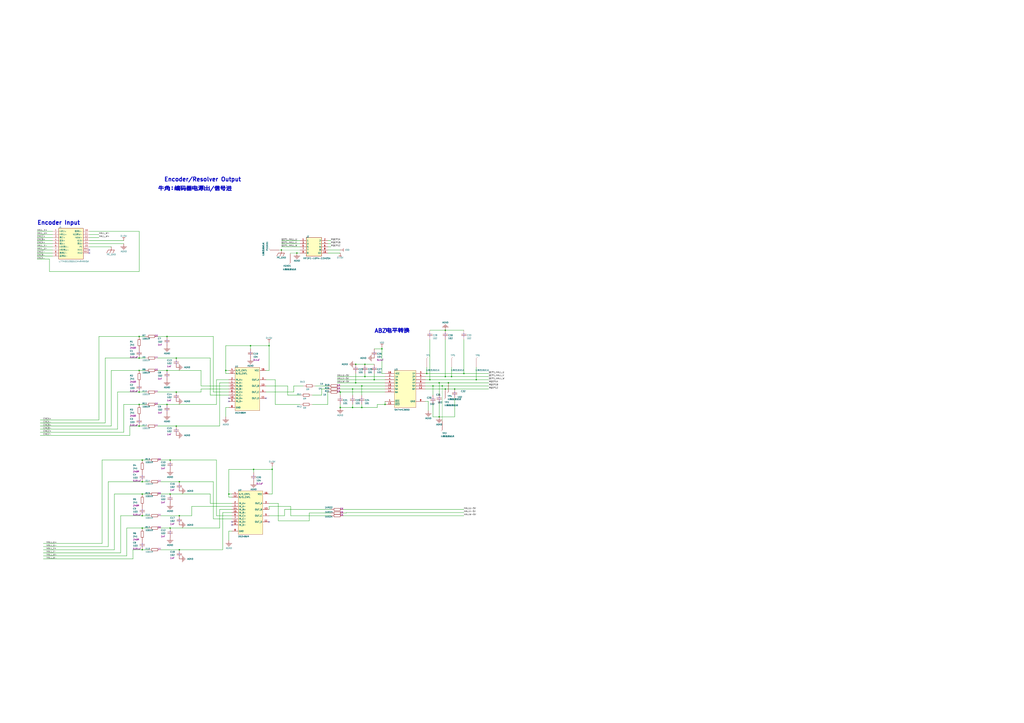
<source format=kicad_sch>
(kicad_sch (version 20230121) (generator eeschema)
  (paper "A1")
  (junction (at 116.84 406.0444))
  (junction (at 365.76 271.4244))
  (junction (at 139.7 406.0444))
  (junction (at 114.3 304.4444))
  (junction (at 185.42 304.4444))
  (junction (at 355.6 317.1444))
  (junction (at 365.76 319.6844))
  (junction (at 299.72 299.3644))
  (junction (at 391.16 312.0644))
  (junction (at 205.74 284.1244))
  (junction (at 147.32 451.7644))
  (junction (at 313.69 286.6644))
  (junction (at 353.06 312.0644))
  (junction (at 223.52 385.7244))
  (junction (at 137.16 276.5044))
  (junction (at 187.96 406.0444))
  (junction (at 350.52 306.9844))
  (junction (at 316.23 332.3844))
  (junction (at 279.4 322.2244))
  (junction (at 292.1 299.3644))
  (junction (at 368.3 314.6044))
  (junction (at 243.84 207.9244))
  (junction (at 116.84 423.8244))
  (junction (at 147.32 423.8244))
  (junction (at 297.18 317.1444))
  (junction (at 370.84 309.5244))
  (junction (at 116.84 451.7644))
  (junction (at 279.4 334.9244))
  (junction (at 231.14 205.3844))
  (junction (at 114.3 350.1644))
  (junction (at 299.72 309.5244))
  (junction (at 289.56 334.9244))
  (junction (at 292.1 314.6044))
  (junction (at 139.7 433.9844))
  (junction (at 147.32 395.8844))
  (junction (at 116.84 378.1044))
  (junction (at 116.84 433.9844))
  (junction (at 114.3 322.2244))
  (junction (at 381 306.9844))
  (junction (at 144.78 322.2244))
  (junction (at 114.3 294.2844))
  (junction (at 360.68 342.5444))
  (junction (at 139.7 378.1044))
  (junction (at 363.22 317.1444))
  (junction (at 307.34 312.0644))
  (junction (at 220.98 284.1244))
  (junction (at 144.78 350.1644))
  (junction (at 137.16 332.3844))
  (junction (at 365.76 309.5244))
  (junction (at 114.3 332.3844))
  (junction (at 114.3 276.5044))
  (junction (at 289.56 319.6844))
  (junction (at 373.38 319.6844))
  (junction (at 360.68 314.6044))
  (junction (at 116.84 395.8844))
  (junction (at 137.16 304.4444))
  (junction (at 144.78 294.2844))
  (junction (at 208.28 385.7244))
  (junction (at 297.18 334.9244))
  (no_connect (at 190.5 428.9044))
  (no_connect (at 73.406 205.3844))
  (no_connect (at 218.44 327.3044))
  (no_connect (at 187.96 329.8444))
  (no_connect (at 220.98 428.9044))
  (no_connect (at 190.5 431.4444))
  (no_connect (at 73.406 207.9244))
  (no_connect (at 187.96 327.3044))
  (wire (pts (xy 281.94 423.8244) (xy 381 423.8244)) (stroke (width 0.254)))
  (wire (pts (xy 218.44 304.4444) (xy 220.98 304.4444)) (stroke (width 0.254)))
  (wire (pts (xy 231.14 205.3844) (xy 246.38 205.3844)))
  (wire (pts (xy 218.44 312.0644) (xy 226.06 312.0644)) (stroke (width 0.254)))
  (wire (pts (xy 355.6 324.7644) (xy 355.6 317.1444)) (stroke (width 0.254)))
  (wire (pts (xy 147.32 423.8244) (xy 132.08 423.8244)) (stroke (width 0.254)))
  (wire (pts (xy 116.84 395.8844) (xy 121.92 395.8844)) (stroke (width 0.254)))
  (wire (pts (xy 238.76 416.2044) (xy 220.98 416.2044)) (stroke (width 0.254)))
  (wire (pts (xy 289.56 324.7644) (xy 289.56 319.6844)) (stroke (width 0.254)))
  (wire (pts (xy 93.98 406.0444) (xy 116.84 406.0444)) (stroke (width 0.254)))
  (wire (pts (xy 313.69 286.6644) (xy 307.34 286.6644)) (stroke (width 0.254)))
  (wire (pts (xy 360.68 314.6044) (xy 368.3 314.6044)) (stroke (width 0.254)))
  (wire (pts (xy 139.7 406.0444) (xy 132.08 406.0444)) (stroke (width 0.254)))
  (wire (pts (xy 139.7 433.9844) (xy 180.34 433.9844)) (stroke (width 0.254)))
  (wire (pts (xy 43.18 197.7644) (xy 30.48 197.7644)) (stroke (width 0.254)))
  (wire (pts (xy 256.54 324.7644) (xy 264.16 324.7644)) (stroke (width 0.254)))
  (wire (pts (xy 88.9 395.8844) (xy 116.84 395.8844)) (stroke (width 0.254)))
  (wire (pts (xy 137.16 332.3844) (xy 177.8 332.3844)) (stroke (width 0.254)))
  (wire (pts (xy 307.34 312.0644) (xy 316.23 312.0644)) (stroke (width 0.254)))
  (wire (pts (xy 370.84 301.9044) (xy 370.84 309.5244)) (stroke (width 0.254)))
  (wire (pts (xy 185.42 284.1244) (xy 185.42 304.4444)) (stroke (width 0.254)))
  (wire (pts (xy 254 427.99) (xy 254 421.64)) (stroke (width 0.254)))
  (wire (pts (xy 182.88 421.2844) (xy 182.88 451.7644)) (stroke (width 0.254)))
  (wire (pts (xy 243.84 207.9244) (xy 246.38 207.9244)))
  (wire (pts (xy 43.18 192.6844) (xy 30.48 192.6844)) (stroke (width 0.254)))
  (wire (pts (xy 180.34 418.7444) (xy 190.5 418.7444)) (stroke (width 0.254)))
  (wire (pts (xy 116.84 423.8244) (xy 121.92 423.8244)) (stroke (width 0.254)))
  (wire (pts (xy 238.3028 207.9244) (xy 243.84 207.9244)))
  (wire (pts (xy 269.24 317.1444) (xy 259.08 317.1444)) (stroke (width 0.254)))
  (wire (pts (xy 185.42 334.9244) (xy 185.42 342.5444)) (stroke (width 0.254)))
  (wire (pts (xy 35.56 446.6844) (xy 83.82 446.6844)) (stroke (width 0.254)))
  (wire (pts (xy 236.22 317.1444) (xy 218.44 317.1444)) (stroke (width 0.254)))
  (wire (pts (xy 33.02 350.1644) (xy 91.44 350.1644)) (stroke (width 0.254)))
  (wire (pts (xy 355.6 342.5444) (xy 355.6 332.3844)) (stroke (width 0.254)))
  (wire (pts (xy 96.52 352.7044) (xy 96.52 322.2244)) (stroke (width 0.254)))
  (wire (pts (xy 351.79 329.8444) (xy 351.79 337.4644)) (stroke (width 0.254)))
  (wire (pts (xy 175.26 395.8844) (xy 147.32 395.8844)) (stroke (width 0.254)))
  (wire (pts (xy 73.406 192.6844) (xy 81.28 192.6844)) (stroke (width 0.254)))
  (wire (pts (xy 276.86 312.0644) (xy 307.34 312.0644)) (stroke (width 0.254)))
  (wire (pts (xy 228.6 413.6644) (xy 228.6 427.99)) (stroke (width 0.254)))
  (wire (pts (xy 205.74 284.1244) (xy 220.98 284.1244)) (stroke (width 0.254)))
  (wire (pts (xy 349.25 314.6044) (xy 360.68 314.6044)) (stroke (width 0.254)))
  (wire (pts (xy 350.52 306.9844) (xy 350.52 301.9044)) (stroke (width 0.254)))
  (wire (pts (xy 231.14 200.3044) (xy 246.38 200.3044)) (stroke (width 0.254)))
  (wire (pts (xy 91.44 304.4444) (xy 114.3 304.4444)) (stroke (width 0.254)))
  (wire (pts (xy 187.96 334.9244) (xy 185.42 334.9244)) (stroke (width 0.254)))
  (wire (pts (xy 309.88 332.3844) (xy 316.23 332.3844)) (stroke (width 0.254)))
  (wire (pts (xy 292.1 314.6044) (xy 276.86 314.6044)) (stroke (width 0.254)))
  (wire (pts (xy 353.06 312.0644) (xy 391.16 312.0644)) (stroke (width 0.254)))
  (wire (pts (xy 313.69 286.6644) (xy 313.69 306.9844)) (stroke (width 0.254)))
  (wire (pts (xy 284.48 421.64) (xy 284.48 421.2844)) (stroke (width 0.254)))
  (wire (pts (xy 279.4 205.3844) (xy 269.24 205.3844)) (stroke (width 0.254)))
  (wire (pts (xy 106.68 357.7844) (xy 106.68 350.1644)) (stroke (width 0.254)))
  (wire (pts (xy 233.68 423.8244) (xy 233.68 418.7444)) (stroke (width 0.254)))
  (wire (pts (xy 289.56 334.9244) (xy 289.56 332.3844)) (stroke (width 0.254)))
  (wire (pts (xy 190.5 413.6644) (xy 172.72 413.6644)) (stroke (width 0.254)))
  (wire (pts (xy 349.25 306.9844) (xy 350.52 306.9844)) (stroke (width 0.254)))
  (wire (pts (xy 316.23 314.6044) (xy 292.1 314.6044)) (stroke (width 0.254)))
  (wire (pts (xy 129.54 332.3844) (xy 137.16 332.3844)) (stroke (width 0.254)))
  (wire (pts (xy 157.48 423.8244) (xy 147.32 423.8244)) (stroke (width 0.254)))
  (wire (pts (xy 86.36 294.2844) (xy 114.3 294.2844)) (stroke (width 0.254)))
  (wire (pts (xy 381 271.4244) (xy 365.76 271.4244)) (stroke (width 0.254)))
  (wire (pts (xy 106.68 350.1644) (xy 114.3 350.1644)) (stroke (width 0.254)))
  (wire (pts (xy 172.72 294.2844) (xy 144.78 294.2844)) (stroke (width 0.254)))
  (wire (pts (xy 104.14 433.9844) (xy 116.84 433.9844)) (stroke (width 0.254)))
  (wire (pts (xy 114.3 276.5044) (xy 119.38 276.5044)) (stroke (width 0.254)))
  (wire (pts (xy 187.96 385.7244) (xy 187.96 406.0444)) (stroke (width 0.254)))
  (wire (pts (xy 299.72 306.9844) (xy 299.72 309.5244)) (stroke (width 0.254)))
  (wire (pts (xy 284.48 421.2844) (xy 381 421.2844)) (stroke (width 0.254)))
  (wire (pts (xy 292.1 306.9844) (xy 292.1 314.6044)) (stroke (width 0.254)))
  (wire (pts (xy 241.3 317.1444) (xy 248.92 317.1444)) (stroke (width 0.254)))
  (wire (pts (xy 43.18 195.2244) (xy 30.48 195.2244)) (stroke (width 0.254)))
  (wire (pts (xy 109.22 459.3844) (xy 109.22 451.7644)) (stroke (width 0.254)))
  (wire (pts (xy 187.96 324.7644) (xy 172.72 324.7644)) (stroke (width 0.254)))
  (wire (pts (xy 137.16 304.4444) (xy 129.54 304.4444)) (stroke (width 0.254)))
  (wire (pts (xy 353.06 279.0444) (xy 353.06 312.0644)) (stroke (width 0.254)))
  (wire (pts (xy 256.54 332.3844) (xy 269.24 332.3844)) (stroke (width 0.254)))
  (wire (pts (xy 241.3 322.2244) (xy 241.3 317.1444)) (stroke (width 0.254)))
  (wire (pts (xy 33.02 355.2444) (xy 101.6 355.2444)) (stroke (width 0.254)))
  (wire (pts (xy 116.84 378.1044) (xy 121.92 378.1044)) (stroke (width 0.254)))
  (wire (pts (xy 35.56 459.3844) (xy 109.22 459.3844)) (stroke (width 0.254)))
  (wire (pts (xy 187.96 436.5244) (xy 187.96 444.1444)) (stroke (width 0.254)))
  (wire (pts (xy 297.18 334.9244) (xy 309.88 334.9244)) (stroke (width 0.254)))
  (wire (pts (xy 190.5 436.5244) (xy 187.96 436.5244)) (stroke (width 0.254)))
  (wire (pts (xy 86.36 347.6244) (xy 86.36 294.2844)) (stroke (width 0.254)))
  (wire (pts (xy 220.98 406.0444) (xy 223.52 406.0444)) (stroke (width 0.254)))
  (wire (pts (xy 279.4 324.7644) (xy 279.4 322.2244)) (stroke (width 0.254)))
  (wire (pts (xy 281.94 418.7444) (xy 381 418.7444)) (stroke (width 0.254)))
  (wire (pts (xy 269.24 332.3844) (xy 269.24 322.2244)) (stroke (width 0.254)))
  (wire (pts (xy 297.18 334.9244) (xy 297.18 332.3844)) (stroke (width 0.254)))
  (wire (pts (xy 114.3 190.1444) (xy 73.406 190.1444)) (stroke (width 0.254)))
  (wire (pts (xy 175.26 276.5044) (xy 175.26 322.2244)) (stroke (width 0.254)))
  (wire (pts (xy 73.406 200.3044) (xy 101.6 200.3044)) (stroke (width 0.254)))
  (wire (pts (xy 208.28 388.2644) (xy 208.28 385.7244)) (stroke (width 0.254)))
  (wire (pts (xy 33.02 347.6244) (xy 86.36 347.6244)) (stroke (width 0.254)))
  (wire (pts (xy 271.78 423.8244) (xy 238.76 423.8244)) (stroke (width 0.254)))
  (wire (pts (xy 43.18 200.3044) (xy 30.48 200.3044)) (stroke (width 0.254)))
  (wire (pts (xy 114.3 322.2244) (xy 119.38 322.2244)) (stroke (width 0.254)))
  (wire (pts (xy 81.28 345.0844) (xy 81.28 276.5044)) (stroke (width 0.254)))
  (wire (pts (xy 363.22 345.948) (xy 363.22 317.1444)))
  (wire (pts (xy 391.16 301.9044) (xy 391.16 312.0644)) (stroke (width 0.254)))
  (wire (pts (xy 43.18 190.1444) (xy 30.48 190.1444)) (stroke (width 0.254)))
  (wire (pts (xy 316.23 309.5244) (xy 299.72 309.5244)) (stroke (width 0.254)))
  (wire (pts (xy 190.5 406.0444) (xy 187.96 406.0444)) (stroke (width 0.254)))
  (wire (pts (xy 355.6 317.1444) (xy 363.22 317.1444)) (stroke (width 0.254)))
  (wire (pts (xy 83.82 378.1044) (xy 116.84 378.1044)) (stroke (width 0.254)))
  (wire (pts (xy 373.38 342.5444) (xy 360.68 342.5444)) (stroke (width 0.254)))
  (wire (pts (xy 238.76 423.8244) (xy 238.76 416.2044)) (stroke (width 0.254)))
  (wire (pts (xy 238.3028 207.9244) (xy 238.3028 208.5848)))
  (wire (pts (xy 114.3 304.4444) (xy 119.38 304.4444)) (stroke (width 0.254)))
  (wire (pts (xy 360.68 314.6044) (xy 360.68 323.85)) (stroke (width 0.254)))
  (wire (pts (xy 313.69 306.9844) (xy 316.23 306.9844)) (stroke (width 0.254)))
  (wire (pts (xy 316.23 332.3844) (xy 316.23 329.8444)) (stroke (width 0.254)))
  (wire (pts (xy 208.28 385.7244) (xy 187.96 385.7244)) (stroke (width 0.254)))
  (wire (pts (xy 144.78 350.1644) (xy 129.54 350.1644)) (stroke (width 0.254)))
  (wire (pts (xy 187.96 406.0444) (xy 187.96 408.5844)) (stroke (width 0.254)))
  (wire (pts (xy 279.4 317.1444) (xy 297.18 317.1444)) (stroke (width 0.254)))
  (wire (pts (xy 349.25 329.8444) (xy 351.79 329.8444)) (stroke (width 0.254)))
  (wire (pts (xy 363.22 317.1444) (xy 401.32 317.1444)) (stroke (width 0.254)))
  (wire (pts (xy 229.3112 205.3844) (xy 231.14 205.3844)))
  (wire (pts (xy 226.06 312.0644) (xy 226.06 332.3844)) (stroke (width 0.254)))
  (wire (pts (xy 177.8 332.3844) (xy 177.8 312.0644)) (stroke (width 0.254)))
  (wire (pts (xy 172.72 324.7644) (xy 172.72 294.2844)) (stroke (width 0.254)))
  (wire (pts (xy 43.18 205.3844) (xy 30.48 205.3844)) (stroke (width 0.254)))
  (wire (pts (xy 175.26 426.3644) (xy 175.26 395.8844)) (stroke (width 0.254)))
  (wire (pts (xy 114.3 223.1644) (xy 114.3 190.1444)) (stroke (width 0.254)))
  (wire (pts (xy 365.76 279.0444) (xy 365.76 309.5244)) (stroke (width 0.254)))
  (wire (pts (xy 190.5 426.3644) (xy 175.26 426.3644)) (stroke (width 0.254)))
  (wire (pts (xy 43.18 207.9244) (xy 30.48 207.9244)) (stroke (width 0.254)))
  (wire (pts (xy 109.22 451.7644) (xy 116.84 451.7644)) (stroke (width 0.254)))
  (wire (pts (xy 284.48 421.64) (xy 281.94 421.64)) (stroke (width 0.254)))
  (wire (pts (xy 144.78 294.2844) (xy 129.54 294.2844)) (stroke (width 0.254)))
  (wire (pts (xy 223.52 406.0444) (xy 223.52 385.7244)) (stroke (width 0.254)))
  (wire (pts (xy 114.3 350.1644) (xy 119.38 350.1644)) (stroke (width 0.254)))
  (wire (pts (xy 99.06 454.3044) (xy 99.06 423.8244)) (stroke (width 0.254)))
  (wire (pts (xy 279.4 334.9244) (xy 289.56 334.9244)) (stroke (width 0.254)))
  (wire (pts (xy 401.32 309.5244) (xy 370.84 309.5244)) (stroke (width 0.254)))
  (wire (pts (xy 218.44 322.2244) (xy 241.3 322.2244)) (stroke (width 0.254)))
  (wire (pts (xy 172.72 406.0444) (xy 139.7 406.0444)) (stroke (width 0.254)))
  (wire (pts (xy 350.52 306.9844) (xy 381 306.9844)) (stroke (width 0.254)))
  (wire (pts (xy 137.16 276.5044) (xy 175.26 276.5044)) (stroke (width 0.254)))
  (wire (pts (xy 35.56 456.8444) (xy 104.14 456.8444)) (stroke (width 0.254)))
  (wire (pts (xy 180.34 433.9844) (xy 180.34 418.7444)) (stroke (width 0.254)))
  (wire (pts (xy 185.42 304.4444) (xy 185.42 306.9844)) (stroke (width 0.254)))
  (wire (pts (xy 391.16 312.0644) (xy 401.32 312.0644)) (stroke (width 0.254)))
  (wire (pts (xy 187.96 314.6044) (xy 180.34 314.6044)) (stroke (width 0.254)))
  (wire (pts (xy 223.52 385.7244) (xy 223.52 383.1844)) (stroke (width 0.254)))
  (wire (pts (xy 185.42 306.9844) (xy 187.96 306.9844)) (stroke (width 0.254)))
  (wire (pts (xy 172.72 413.6644) (xy 172.72 406.0444)) (stroke (width 0.254)))
  (wire (pts (xy 373.38 327.3044) (xy 373.38 342.5444)) (stroke (width 0.254)))
  (wire (pts (xy 254 421.64) (xy 271.78 421.64)) (stroke (width 0.254)))
  (wire (pts (xy 101.6 355.2444) (xy 101.6 332.3844)) (stroke (width 0.254)))
  (wire (pts (xy 271.78 202.8444) (xy 269.24 202.8444)) (stroke (width 0.254)))
  (wire (pts (xy 205.74 284.1244) (xy 185.42 284.1244)) (stroke (width 0.254)))
  (wire (pts (xy 35.56 451.7644) (xy 93.98 451.7644)) (stroke (width 0.254)))
  (wire (pts (xy 83.82 446.6844) (xy 83.82 378.1044)) (stroke (width 0.254)))
  (wire (pts (xy 231.14 202.8444) (xy 246.38 202.8444)) (stroke (width 0.254)))
  (wire (pts (xy 307.34 306.9844) (xy 307.34 312.0644)) (stroke (width 0.254)))
  (wire (pts (xy 360.68 342.5444) (xy 360.68 331.47)) (stroke (width 0.254)))
  (wire (pts (xy 307.34 299.3644) (xy 299.72 299.3644)) (stroke (width 0.254)))
  (wire (pts (xy 165.1 304.4444) (xy 137.16 304.4444)) (stroke (width 0.254)))
  (wire (pts (xy 35.56 449.2244) (xy 88.9 449.2244)) (stroke (width 0.254)))
  (wire (pts (xy 114.3 294.2844) (xy 119.38 294.2844)) (stroke (width 0.254)))
  (wire (pts (xy 132.08 433.9844) (xy 139.7 433.9844)) (stroke (width 0.254)))
  (wire (pts (xy 132.08 378.1044) (xy 139.7 378.1044)) (stroke (width 0.254)))
  (wire (pts (xy 264.16 324.7644) (xy 264.16 319.6844)) (stroke (width 0.254)))
  (wire (pts (xy 271.78 197.7644) (xy 269.24 197.7644)) (stroke (width 0.254)))
  (wire (pts (xy 40.64 223.1644) (xy 114.3 223.1644)) (stroke (width 0.254)))
  (wire (pts (xy 220.98 413.6644) (xy 228.6 413.6644)) (stroke (width 0.254)))
  (wire (pts (xy 228.6 427.99) (xy 254 427.99)) (stroke (width 0.254)))
  (wire (pts (xy 114.3 332.3844) (xy 119.38 332.3844)) (stroke (width 0.254)))
  (wire (pts (xy 299.72 299.3644) (xy 292.1 299.3644)) (stroke (width 0.254)))
  (wire (pts (xy 144.78 322.2244) (xy 129.54 322.2244)) (stroke (width 0.254)))
  (wire (pts (xy 190.5 421.2844) (xy 182.88 421.2844)) (stroke (width 0.254)))
  (wire (pts (xy 88.9 449.2244) (xy 88.9 395.8844)) (stroke (width 0.254)))
  (wire (pts (xy 279.4 332.3844) (xy 279.4 334.9244)) (stroke (width 0.254)))
  (wire (pts (xy 33.02 357.7844) (xy 106.68 357.7844)) (stroke (width 0.254)))
  (wire (pts (xy 180.34 350.1644) (xy 144.78 350.1644)) (stroke (width 0.254)))
  (wire (pts (xy 182.88 451.7644) (xy 147.32 451.7644)) (stroke (width 0.254)))
  (wire (pts (xy 368.3 314.6044) (xy 401.32 314.6044)) (stroke (width 0.254)))
  (wire (pts (xy 220.98 416.2044) (xy 220.98 418.7444)) (stroke (width 0.254)))
  (wire (pts (xy 264.16 319.6844) (xy 269.24 319.6844)) (stroke (width 0.254)))
  (wire (pts (xy 139.7 378.1044) (xy 177.8 378.1044)) (stroke (width 0.254)))
  (wire (pts (xy 165.1 317.1444) (xy 165.1 304.4444)) (stroke (width 0.254)))
  (wire (pts (xy 175.26 322.2244) (xy 187.96 322.2244)) (stroke (width 0.254)))
  (wire (pts (xy 309.88 334.9244) (xy 309.88 332.3844)) (stroke (width 0.254)))
  (wire (pts (xy 43.18 210.4644) (xy 30.48 210.4644)) (stroke (width 0.254)))
  (wire (pts (xy 231.14 197.7644) (xy 246.38 197.7644)) (stroke (width 0.254)))
  (wire (pts (xy 208.28 385.7244) (xy 223.52 385.7244)) (stroke (width 0.254)))
  (wire (pts (xy 349.25 317.1444) (xy 355.6 317.1444)) (stroke (width 0.254)))
  (wire (pts (xy 365.76 271.4244) (xy 353.06 271.4244)) (stroke (width 0.254)))
  (wire (pts (xy 297.18 317.1444) (xy 316.23 317.1444)) (stroke (width 0.254)))
  (wire (pts (xy 73.406 197.7644) (xy 101.6 197.7644)) (stroke (width 0.254)))
  (wire (pts (xy 104.14 456.8444) (xy 104.14 433.9844)) (stroke (width 0.254)))
  (wire (pts (xy 313.69 285.3944) (xy 313.69 286.6644)) (stroke (width 0.254)))
  (wire (pts (xy 365.76 309.5244) (xy 349.25 309.5244)) (stroke (width 0.254)))
  (wire (pts (xy 101.6 332.3844) (xy 114.3 332.3844)) (stroke (width 0.254)))
  (wire (pts (xy 91.44 350.1644) (xy 91.44 304.4444)) (stroke (width 0.254)))
  (wire (pts (xy 271.78 200.3044) (xy 269.24 200.3044)) (stroke (width 0.254)))
  (wire (pts (xy 187.96 317.1444) (xy 165.1 317.1444)) (stroke (width 0.254)))
  (wire (pts (xy 360.68 342.5444) (xy 355.6 342.5444)) (stroke (width 0.254)))
  (wire (pts (xy 33.02 352.7044) (xy 96.52 352.7044)) (stroke (width 0.254)))
  (wire (pts (xy 236.22 324.7644) (xy 236.22 317.1444)) (stroke (width 0.254)))
  (wire (pts (xy 116.84 451.7644) (xy 121.92 451.7644)) (stroke (width 0.254)))
  (wire (pts (xy 349.25 312.0644) (xy 353.06 312.0644)) (stroke (width 0.254)))
  (wire (pts (xy 129.54 276.5044) (xy 137.16 276.5044)) (stroke (width 0.254)))
  (wire (pts (xy 147.32 395.8844) (xy 132.08 395.8844)) (stroke (width 0.254)))
  (wire (pts (xy 279.4 319.6844) (xy 289.56 319.6844)) (stroke (width 0.254)))
  (wire (pts (xy 147.32 451.7644) (xy 132.08 451.7644)) (stroke (width 0.254)))
  (wire (pts (xy 205.74 286.6644) (xy 205.74 284.1244)) (stroke (width 0.254)))
  (wire (pts (xy 73.406 195.2244) (xy 81.28 195.2244)) (stroke (width 0.254)))
  (wire (pts (xy 177.8 378.1044) (xy 177.8 423.8244)) (stroke (width 0.254)))
  (wire (pts (xy 116.84 433.9844) (xy 121.92 433.9844)) (stroke (width 0.254)))
  (wire (pts (xy 81.28 276.5044) (xy 114.3 276.5044)) (stroke (width 0.254)))
  (wire (pts (xy 220.98 304.4444) (xy 220.98 284.1244)) (stroke (width 0.254)))
  (wire (pts (xy 165.1 322.2244) (xy 144.78 322.2244)) (stroke (width 0.254)))
  (wire (pts (xy 30.48 213.0044) (xy 40.64 213.0044)) (stroke (width 0.254)))
  (wire (pts (xy 40.64 213.0044) (xy 40.64 223.1644)) (stroke (width 0.254)))
  (wire (pts (xy 43.18 202.8444) (xy 30.48 202.8444)) (stroke (width 0.254)))
  (wire (pts (xy 373.38 319.6844) (xy 401.32 319.6844)) (stroke (width 0.254)))
  (wire (pts (xy 381 279.0444) (xy 381 306.9844)) (stroke (width 0.254)))
  (wire (pts (xy 349.25 319.6844) (xy 365.76 319.6844)) (stroke (width 0.254)))
  (wire (pts (xy 190.5 416.2044) (xy 157.48 416.2044)) (stroke (width 0.254)))
  (wire (pts (xy 116.84 406.0444) (xy 121.92 406.0444)) (stroke (width 0.254)))
  (wire (pts (xy 246.38 324.7644) (xy 236.22 324.7644)) (stroke (width 0.254)))
  (wire (pts (xy 177.8 423.8244) (xy 190.5 423.8244)) (stroke (width 0.254)))
  (wire (pts (xy 33.02 345.0844) (xy 81.28 345.0844)) (stroke (width 0.254)))
  (wire (pts (xy 297.18 317.1444) (xy 297.18 324.7644)) (stroke (width 0.254)))
  (wire (pts (xy 35.56 454.3044) (xy 99.06 454.3044)) (stroke (width 0.254)))
  (wire (pts (xy 220.98 423.8244) (xy 233.68 423.8244)) (stroke (width 0.254)))
  (wire (pts (xy 381 306.9844) (xy 401.32 306.9844)) (stroke (width 0.254)))
  (wire (pts (xy 165.1 319.6844) (xy 165.1 322.2244)) (stroke (width 0.254)))
  (wire (pts (xy 93.98 451.7644) (xy 93.98 406.0444)) (stroke (width 0.254)))
  (wire (pts (xy 177.8 312.0644) (xy 187.96 312.0644)) (stroke (width 0.254)))
  (wire (pts (xy 99.06 423.8244) (xy 116.84 423.8244)) (stroke (width 0.254)))
  (wire (pts (xy 233.68 418.7444) (xy 271.78 418.7444)) (stroke (width 0.254)))
  (wire (pts (xy 289.56 334.9244) (xy 297.18 334.9244)) (stroke (width 0.254)))
  (wire (pts (xy 365.76 319.6844) (xy 373.38 319.6844)) (stroke (width 0.254)))
  (wire (pts (xy 299.72 309.5244) (xy 276.86 309.5244)) (stroke (width 0.254)))
  (wire (pts (xy 279.4 207.9244) (xy 269.24 207.9244)) (stroke (width 0.254)))
  (wire (pts (xy 289.56 319.6844) (xy 316.23 319.6844)) (stroke (width 0.254)))
  (wire (pts (xy 226.06 332.3844) (xy 246.38 332.3844)) (stroke (width 0.254)))
  (wire (pts (xy 187.96 304.4444) (xy 185.42 304.4444)) (stroke (width 0.254)))
  (wire (pts (xy 187.96 408.5844) (xy 190.5 408.5844)) (stroke (width 0.254)))
  (wire (pts (xy 370.84 309.5244) (xy 365.76 309.5244)) (stroke (width 0.254)))
  (wire (pts (xy 220.98 284.1244) (xy 220.98 281.5844)) (stroke (width 0.254)))
  (wire (pts (xy 73.406 202.8444) (xy 91.44 202.8444)) (stroke (width 0.254)))
  (wire (pts (xy 96.52 322.2244) (xy 114.3 322.2244)) (stroke (width 0.254)))
  (wire (pts (xy 180.34 314.6044) (xy 180.34 350.1644)) (stroke (width 0.254)))
  (wire (pts (xy 279.4 322.2244) (xy 316.23 322.2244)) (stroke (width 0.254)))
  (wire (pts (xy 157.48 416.2044) (xy 157.48 423.8244)) (stroke (width 0.254)))
  (wire (pts (xy 187.96 319.6844) (xy 165.1 319.6844)) (stroke (width 0.254)))
  (text "ABZ电平转换" (at 307.34 273.9644 0) (effects (font (size 3.302 3.302) bold) (justify left bottom)))
  (text "牛角：编码器电源出/信号进" (at 129.54 157.1244 0) (effects (font (size 3.302 3.302) bold) (justify left bottom)))
  (text "Encoder Input" (at 30.48 185.0644 0) (effects (font (size 3.302 3.302) bold) (justify left bottom)))
  (text "Encoder/Resolver Output" (at 134.62 149.5044 0) (effects (font (size 3.302 3.302) bold) (justify left bottom)))
  (label "ENCZ-" (at 35.56 357.7844 180))
  (label "HALL_W-" (at 38.1 459.3844 180))
  (label "ENCB+" (at 30.48 197.7644 180))
  (label "ENCA+" (at 30.48 200.3044 180))
  (label "HALL_V+" (at 38.1 451.7644 180))
  (label "HALLV-5V" (at 381 421.2844 180))
  (label "ENCB-" (at 30.48 210.4644 180))
  (label "HALL_W-" (at 81.28 192.6844 180))
  (label "MQEP1A" (at 271.78 197.7644 180))
  (label "MQEP1Z" (at 401.32 319.6844 180))
  (label "MQEP1B" (at 401.32 317.1444 180))
  (label "HALL_V+" (at 30.48 190.1444 180))
  (label "HALLW-5V" (at 381 423.8244 180))
  (label "HALL_U-" (at 38.1 449.2244 180))
  (label "QEP1_HALL_W" (at 231.14 202.8444 180))
  (label "HALL_W+" (at 81.28 195.2244 180))
  (label "HALLU-5V" (at 381 418.7444 180))
  (label "HALL_U+" (at 30.48 192.6844 180))
  (label "ENCB-" (at 35.56 352.7044 180))
  (label "QEP1_HALL_V" (at 231.14 200.3044 180))
  (label "ENCZ-" (at 30.48 207.9244 180))
  (label "ENCZ+" (at 35.56 355.2444 180))
  (label "MQEP1A" (at 401.32 314.6044 180))
  (label "HALLU-5V" (at 276.86 309.5244 180))
  (label "HALL_W+" (at 38.1 456.8444 180))
  (label "ENCA-" (at 35.56 347.6244 180))
  (label "HALLV-5V" (at 276.86 312.0644 180))
  (label "ENCB+" (at 35.56 350.1644 180))
  (label "HALL_V-" (at 38.1 454.3044 180))
  (label "QEP1_HALL_U" (at 401.32 306.9844 180))
  (label "QEP1_HALL_U" (at 231.14 197.7644 180))
  (label "HALL_V-" (at 30.48 202.8444 180))
  (label "ENCA+" (at 35.56 345.0844 180))
  (label "HALL_U+" (at 38.1 446.6844 180))
  (label "ENCZ+" (at 30.48 195.2244 180))
  (label "QEP1_HALL_W" (at 401.32 312.0644 180))
  (label "MQEP1Z" (at 271.78 202.8444 180))
  (label "MQEP1B" (at 271.78 200.3044 180))
  (label "HALLW-5V" (at 276.86 314.6044 180))
  (label "HALL_U-" (at 30.48 205.3844 180))
  (label "ENCA-" (at 30.48 213.0044 180))
  (label "QEP1_HALL_V" (at 401.32 309.5244 180))
  (symbol (lib_id "kicad_sheet6-altium-import:root_1_Cap") (at 137.16 439.0644 0) (unit 1)
    (property "Reference" "C12" (at 132.08 436.5244 0) (effects (justify left bottom)))
    (property "Value" "102" (at 132.08 439.0644 0) (effects (justify left bottom)))
    (property "Footprint" "Capacitor_SMD:C_0805_2012Metric" (effects hide))
    (property "PUBLISHED" "8-Jun-2000" (effects hide))
    (property "LATESTREVISIONDATE" "17-Jul-2002" (effects hide))
    (property "LATESTREVISIONNOTE" "Re-released for DXP Platform." (effects hide))
    (property "PACKAGEREFERENCE" "RAD-0.3" (effects hide))
    (property "PUBLISHER" "Altium Limited" (effects hide))
    (property "ALTIUM_VALUE" "1nF" (at 132.08 441.6044 0) (effects (justify left bottom)))
    (property "CLASSNAME" "Encoder" (effects hide))
  )
  (symbol (lib_id "kicad_sheet6-altium-import:root_0_Res2") (at 248.92 329.8444 0) (unit 1)
    (property "Reference" "RK2" (at 243.84 334.9244 0) (effects (justify left bottom)))
    (property "Value" "0R" (at 248.92 335.9404 0) (effects (justify left bottom)))
    (property "Footprint" "Resistor_SMD:R_0805_2012Metric" (effects hide))
    (property "PUBLISHED" "8-Jun-2000" (effects hide))
    (property "LATESTREVISIONDATE" "17-Jul-2002" (effects hide))
    (property "LATESTREVISIONNOTE" "Re-released for DXP Platform." (effects hide))
    (property "PACKAGEREFERENCE" "AXIAL-0.4" (effects hide))
    (property "PUBLISHER" "Altium Limited" (effects hide))
    (property "PACKAGEDESCRIPTION" "Axial Device, Thru-Hole; 2 Leads; 0.4 in Pin Spacing" (effects hide))
    (property "ALTIUM_VALUE" "3.3K" (effects hide))
    (property "CLASSNAME" "Encoder" (effects hide))
  )
  (symbol (lib_id "kicad_sheet6-altium-import:root_1_Cap") (at 111.76 319.6844 0) (unit 1)
    (property "Reference" "C2" (at 106.68 317.1444 0) (effects (justify left bottom)))
    (property "Value" "103" (at 106.68 319.6844 0) (effects (justify left bottom)))
    (property "Footprint" "Capacitor_SMD:C_0805_2012Metric" (effects hide))
    (property "PUBLISHED" "8-Jun-2000" (effects hide))
    (property "LATESTREVISIONDATE" "17-Jul-2002" (effects hide))
    (property "LATESTREVISIONNOTE" "Re-released for DXP Platform." (effects hide))
    (property "PACKAGEREFERENCE" "RAD-0.3" (effects hide))
    (property "PUBLISHER" "Altium Limited" (effects hide))
    (property "ALTIUM_VALUE" "0.01uF" (at 106.68 322.2244 0) (effects (justify left bottom)))
    (property "CLASSNAME" "Encoder" (effects hide))
  )
  (symbol (lib_id "kicad_sheet6-altium-import:root_0_测试点") (at 391.16 293.5224 0) (unit 1)
    (property "Reference" "TP6" (at 390.398 292.7604 0) (effects (justify left bottom)))
    (property "Value" "IV黄色测试点" (at 390.398 305.0494 0) (effects (justify left bottom)))
    (property "Footprint" "TestPoint:TestPoint_Pad_2.5x2.5mm" (effects hide))
    (property "CLASSNAME" "Encoder" (effects hide))
  )
  (symbol (lib_id "kicad_sheet6-altium-import:AGND") (at 139.7 441.6044 0) (unit 1)
    (property "Reference" "#PWR09" (effects hide))
    (property "Value" "AGND" (at 139.7 447.9544 0))
  )
  (symbol (lib_id "kicad_sheet6-altium-import:AGND") (at 139.7 413.6644 0) (unit 1)
    (property "Reference" "#PWR08" (effects hide))
    (property "Value" "AGND" (at 139.7 420.0144 0))
  )
  (symbol (lib_id "kicad_sheet6-altium-import:AGND") (at 144.78 357.7844 90) (unit 1)
    (property "Reference" "#PWR012" (effects hide))
    (property "Value" "AGND" (at 151.13 357.7844 90) (effects (justify right)))
  )
  (symbol (lib_id "kicad_sheet6-altium-import:root_1_Res2") (at 114.3 413.6644 0) (unit 1)
    (property "Reference" "R5" (at 109.22 411.1244 0) (effects (justify left bottom)))
    (property "Value" "241" (at 109.22 413.6644 0) (effects (justify left bottom)))
    (property "Footprint" "Resistor_SMD:R_0805_2012Metric" (effects hide))
    (property "PUBLISHED" "8-Jun-2000" (effects hide))
    (property "LATESTREVISIONDATE" "17-Jul-2002" (effects hide))
    (property "LATESTREVISIONNOTE" "Re-released for DXP Platform." (effects hide))
    (property "PACKAGEREFERENCE" "AXIAL-0.4" (effects hide))
    (property "PUBLISHER" "Altium Limited" (effects hide))
    (property "ALTIUM_VALUE" "240R" (at 109.22 416.2044 0) (effects (justify left bottom)))
    (property "CLASSNAME" "Encoder" (effects hide))
  )
  (symbol (lib_id "kicad_sheet6-altium-import:root_0_Res2") (at 121.92 301.9044 0) (unit 1)
    (property "Reference" "R9" (at 116.84 304.4444 0) (effects (justify left bottom)))
    (property "Value" "1001R" (at 116.84 306.9844 0) (effects (justify left bottom)))
    (property "Footprint" "Resistor_SMD:R_0805_2012Metric" (effects hide))
    (property "PUBLISHED" "8-Jun-2000" (effects hide))
    (property "LATESTREVISIONDATE" "17-Jul-2002" (effects hide))
    (property "LATESTREVISIONNOTE" "Re-released for DXP Platform." (effects hide))
    (property "PACKAGEREFERENCE" "AXIAL-0.4" (effects hide))
    (property "PUBLISHER" "Altium Limited" (effects hide))
    (property "ALTIUM_VALUE" "1K" (at 127 304.4444 0) (effects (justify left bottom)))
    (property "CLASSNAME" "Encoder" (effects hide))
  )
  (symbol (lib_id "kicad_sheet6-altium-import:root_1_Cap") (at 137.16 383.1844 0) (unit 1)
    (property "Reference" "C10" (at 132.08 380.6444 0) (effects (justify left bottom)))
    (property "Value" "102" (at 132.08 383.1844 0) (effects (justify left bottom)))
    (property "Footprint" "Capacitor_SMD:C_0805_2012Metric" (effects hide))
    (property "PUBLISHED" "8-Jun-2000" (effects hide))
    (property "LATESTREVISIONDATE" "17-Jul-2002" (effects hide))
    (property "LATESTREVISIONNOTE" "Re-released for DXP Platform." (effects hide))
    (property "PACKAGEREFERENCE" "RAD-0.3" (effects hide))
    (property "PUBLISHER" "Altium Limited" (effects hide))
    (property "ALTIUM_VALUE" "1nF" (at 132.08 385.7244 0) (effects (justify left bottom)))
    (property "CLASSNAME" "Encoder" (effects hide))
  )
  (symbol (lib_id "kicad_sheet6-altium-import:root_1_Cap") (at 134.62 281.5844 0) (unit 1)
    (property "Reference" "C7" (at 129.54 279.0444 0) (effects (justify left bottom)))
    (property "Value" "102" (at 129.54 281.5844 0) (effects (justify left bottom)))
    (property "Footprint" "Capacitor_SMD:C_0805_2012Metric" (effects hide))
    (property "PUBLISHED" "8-Jun-2000" (effects hide))
    (property "LATESTREVISIONDATE" "17-Jul-2002" (effects hide))
    (property "LATESTREVISIONNOTE" "Re-released for DXP Platform." (effects hide))
    (property "PACKAGEREFERENCE" "RAD-0.3" (effects hide))
    (property "PUBLISHER" "Altium Limited" (effects hide))
    (property "ALTIUM_VALUE" "1nF" (at 129.54 284.1244 0) (effects (justify left bottom)))
    (property "CLASSNAME" "Encoder" (effects hide))
  )
  (symbol (lib_id "kicad_sheet6-altium-import:root_3_Cap") (at 292.1 327.3044 0) (unit 1)
    (property "Reference" "C22" (at 291.846 329.5904 0) (effects (justify left bottom)))
    (property "Value" "101" (at 291.846 332.1304 0) (effects (justify left bottom)))
    (property "Footprint" "Capacitor_SMD:C_0805_2012Metric" (effects hide))
    (property "PUBLISHED" "8-Jun-2000" (effects hide))
    (property "LATESTREVISIONDATE" "17-Jul-2002" (effects hide))
    (property "LATESTREVISIONNOTE" "Re-released for DXP Platform." (effects hide))
    (property "PACKAGEREFERENCE" "RAD-0.3" (effects hide))
    (property "PUBLISHER" "Altium Limited" (effects hide))
    (property "CLASSNAME" "Encoder" (effects hide))
  )
  (symbol (lib_id "kicad_sheet6-altium-import:root_1_Cap") (at 203.2 291.7444 0) (unit 1)
    (property "Reference" "C19" (at 208.026 291.4904 0) (effects (justify left bottom)))
    (property "Value" "104" (at 208.026 294.0304 0) (effects (justify left bottom)))
    (property "Footprint" "Capacitor_SMD:C_0805_2012Metric" (effects hide))
    (property "PUBLISHED" "8-Jun-2000" (effects hide))
    (property "LATESTREVISIONDATE" "17-Jul-2002" (effects hide))
    (property "LATESTREVISIONNOTE" "Re-released for DXP Platform." (effects hide))
    (property "PACKAGEREFERENCE" "RAD-0.3" (effects hide))
    (property "PUBLISHER" "Altium Limited" (effects hide))
    (property "ALTIUM_VALUE" "0.1uF" (at 208.026 296.5704 0) (effects (justify left bottom)))
    (property "CLASSNAME" "Encoder" (effects hide))
  )
  (symbol (lib_id "kicad_sheet6-altium-import:root_1_Cap") (at 114.3 393.3444 0) (unit 1)
    (property "Reference" "C4" (at 109.22 390.8044 0) (effects (justify left bottom)))
    (property "Value" "103" (at 109.22 393.3444 0) (effects (justify left bottom)))
    (property "Footprint" "Capacitor_SMD:C_0805_2012Metric" (effects hide))
    (property "PUBLISHED" "8-Jun-2000" (effects hide))
    (property "LATESTREVISIONDATE" "17-Jul-2002" (effects hide))
    (property "LATESTREVISIONNOTE" "Re-released for DXP Platform." (effects hide))
    (property "PACKAGEREFERENCE" "RAD-0.3" (effects hide))
    (property "PUBLISHER" "Altium Limited" (effects hide))
    (property "ALTIUM_VALUE" "0.01uF" (at 109.22 395.8844 0) (effects (justify left bottom)))
    (property "CLASSNAME" "Encoder" (effects hide))
  )
  (symbol (lib_id "kicad_sheet6-altium-import:root_3_Cap") (at 302.26 301.9044 0) (unit 1)
    (property "Reference" "C25" (at 302.006 304.1904 0) (effects (justify left bottom)))
    (property "Value" "101" (at 302.006 306.7304 0) (effects (justify left bottom)))
    (property "Footprint" "Capacitor_SMD:C_0805_2012Metric" (effects hide))
    (property "PUBLISHED" "8-Jun-2000" (effects hide))
    (property "LATESTREVISIONDATE" "17-Jul-2002" (effects hide))
    (property "LATESTREVISIONNOTE" "Re-released for DXP Platform." (effects hide))
    (property "PACKAGEREFERENCE" "RAD-0.3" (effects hide))
    (property "PUBLISHER" "Altium Limited" (effects hide))
    (property "CLASSNAME" "Encoder" (effects hide))
  )
  (symbol (lib_id "kicad_sheet6-altium-import:AGND") (at 144.78 301.9044 90) (unit 1)
    (property "Reference" "#PWR010" (effects hide))
    (property "Value" "AGND" (at 151.13 301.9044 90) (effects (justify right)))
  )
  (symbol (lib_id "kicad_sheet6-altium-import:root_1_Cap") (at 114.3 449.2244 0) (unit 1)
    (property "Reference" "C6" (at 109.22 446.6844 0) (effects (justify left bottom)))
    (property "Value" "103" (at 109.22 449.2244 0) (effects (justify left bottom)))
    (property "Footprint" "Capacitor_SMD:C_0805_2012Metric" (effects hide))
    (property "PUBLISHED" "8-Jun-2000" (effects hide))
    (property "LATESTREVISIONDATE" "17-Jul-2002" (effects hide))
    (property "LATESTREVISIONNOTE" "Re-released for DXP Platform." (effects hide))
    (property "PACKAGEREFERENCE" "RAD-0.3" (effects hide))
    (property "PUBLISHER" "Altium Limited" (effects hide))
    (property "ALTIUM_VALUE" "0.01uF" (at 109.22 451.7644 0) (effects (justify left bottom)))
    (property "CLASSNAME" "Encoder" (effects hide))
  )
  (symbol (lib_id "kicad_sheet6-altium-import:AGND") (at 139.7 385.7244 0) (unit 1)
    (property "Reference" "#PWR07" (effects hide))
    (property "Value" "AGND" (at 139.7 392.0744 0))
  )
  (symbol (lib_id "kicad_sheet6-altium-import:root_1_Cap") (at 114.3 421.2844 0) (unit 1)
    (property "Reference" "C5" (at 109.22 418.7444 0) (effects (justify left bottom)))
    (property "Value" "103" (at 109.22 421.2844 0) (effects (justify left bottom)))
    (property "Footprint" "Capacitor_SMD:C_0805_2012Metric" (effects hide))
    (property "PUBLISHED" "8-Jun-2000" (effects hide))
    (property "LATESTREVISIONDATE" "17-Jul-2002" (effects hide))
    (property "LATESTREVISIONNOTE" "Re-released for DXP Platform." (effects hide))
    (property "PACKAGEREFERENCE" "RAD-0.3" (effects hide))
    (property "PUBLISHER" "Altium Limited" (effects hide))
    (property "ALTIUM_VALUE" "0.01uF" (at 109.22 423.8244 0) (effects (justify left bottom)))
    (property "CLASSNAME" "Encoder" (effects hide))
  )
  (symbol (lib_id "kicad_sheet6-altium-import:AGND") (at 147.32 459.3844 90) (unit 1)
    (property "Reference" "#PWR015" (effects hide))
    (property "Value" "AGND" (at 153.67 459.3844 90) (effects (justify right)))
  )
  (symbol (lib_id "kicad_sheet6-altium-import:root_0_HIF3FC-10PA-2.54DSA") (at 246.38 197.7644 0) (unit 1)
    (property "Reference" "J2" (at 251.46 195.2244 0) (effects (justify left bottom)))
    (property "Value" "HIF3FC-10PA-2.54DSA" (at 248.92 213.0044 0) (effects (justify left bottom)))
    (property "Footprint" "Connector_IDC:IDC-Header_2x05_P2.54mm_Vertical" (effects hide))
    (property "DATASHEET LINK" "https://componentsearchengine.com/Datasheets/1/HIF3FC-10PA-2.54DSA(71).pdf" (effects hide))
    (property "HEIGHT" "9.2mm" (effects hide))
    (property "MANUFACTURER_NAME" "Hirose" (effects hide))
    (property "MANUFACTURER_PART_NUMBER" "HIF3FC-10PA-2.54DSA(71)" (effects hide))
    (property "MOUSER PART NUMBER" "798-HIF3FC10PA254D71" (effects hide))
    (property "MOUSER PRICE/STOCK" "https://www.mouser.co.uk/ProductDetail/Hirose-Connector/HIF3FC-10PA-2.54DSA71?qs=eDUdFcBPps26f2LJxn%252B8VA%3D%3D" (effects hide))
  )
  (symbol (lib_id "kicad_sheet6-altium-import:root_0_Res2") (at 271.78 314.6044 0) (unit 1)
    (property "Reference" "R19" (at 266.7 317.1444 0) (effects (justify left bottom)))
    (property "Value" "1K" (at 262.89 316.23 0) (effects (justify left bottom)))
    (property "Footprint" "Resistor_SMD:R_0805_2012Metric" (effects hide))
    (property "PUBLISHED" "8-Jun-2000" (effects hide))
    (property "LATESTREVISIONDATE" "17-Jul-2002" (effects hide))
    (property "LATESTREVISIONNOTE" "Re-released for DXP Platform." (effects hide))
    (property "PACKAGEREFERENCE" "AXIAL-0.4" (effects hide))
    (property "PUBLISHER" "Altium Limited" (effects hide))
    (property "ALTIUM_VALUE" "1K" (at 276.86 317.1444 0) (effects (justify left bottom)))
    (property "CLASSNAME" "Encoder" (effects hide))
  )
  (symbol (lib_id "kicad_sheet6-altium-import:root_0_Res2") (at 274.32 416.2044 0) (unit 1)
    (property "Reference" "R22" (at 269.24 417.83 0) (effects (justify left bottom)))
    (property "Value" "1K" (at 266.7 425.45 0) (effects (justify left bottom)))
    (property "Footprint" "Resistor_SMD:R_0805_2012Metric" (effects hide))
    (property "PUBLISHED" "8-Jun-2000" (effects hide))
    (property "LATESTREVISIONDATE" "17-Jul-2002" (effects hide))
    (property "LATESTREVISIONNOTE" "Re-released for DXP Platform." (effects hide))
    (property "PACKAGEREFERENCE" "AXIAL-0.4" (effects hide))
    (property "PUBLISHER" "Altium Limited" (effects hide))
    (property "ALTIUM_VALUE" "1K" (at 279.4 418.7444 0) (effects (justify left bottom)))
    (property "CLASSNAME" "Encoder" (effects hide))
  )
  (symbol (lib_id "kicad_sheet6-altium-import:root_0_测试点") (at 350.52 293.5224 0) (unit 1)
    (property "Reference" "TP1" (at 349.758 292.7604 0) (effects (justify left bottom)))
    (property "Value" "IV黄色测试点" (at 349.758 305.0494 0) (effects (justify left bottom)))
    (property "Footprint" "TestPoint:TestPoint_Pad_2.5x2.5mm" (effects hide))
    (property "CLASSNAME" "Encoder" (effects hide))
  )
  (symbol (lib_id "kicad_sheet6-altium-import:D+5V") (at 220.98 281.5844 180) (unit 1)
    (property "Reference" "#PWR020" (effects hide))
    (property "Value" "D+5V" (at 220.98 277.7744 0))
  )
  (symbol (lib_id "kicad_sheet6-altium-import:root_1_Cap") (at 137.16 411.1244 0) (unit 1)
    (property "Reference" "C11" (at 132.08 408.5844 0) (effects (justify left bottom)))
    (property "Value" "102" (at 132.08 411.1244 0) (effects (justify left bottom)))
    (property "Footprint" "Capacitor_SMD:C_0805_2012Metric" (effects hide))
    (property "PUBLISHED" "8-Jun-2000" (effects hide))
    (property "LATESTREVISIONDATE" "17-Jul-2002" (effects hide))
    (property "LATESTREVISIONNOTE" "Re-released for DXP Platform." (effects hide))
    (property "PACKAGEREFERENCE" "RAD-0.3" (effects hide))
    (property "PUBLISHER" "Altium Limited" (effects hide))
    (property "ALTIUM_VALUE" "1nF" (at 132.08 413.6644 0) (effects (justify left bottom)))
    (property "CLASSNAME" "Encoder" (effects hide))
  )
  (symbol (lib_id "kicad_sheet6-altium-import:root_0_SN74HC365D") (at 323.85 304.4444 0) (unit 1)
    (property "Reference" "U3" (at 323.85 304.4444 0) (effects (justify left bottom)))
    (property "Value" "SN74HC365D" (at 323.85 337.4644 0) (effects (justify left bottom)))
    (property "Footprint" "mylib_pcb:SOIC127P600X175-16N" (effects hide))
    (property "CLASSNAME" "Encoder" (effects hide))
  )
  (symbol (lib_id "kicad_sheet6-altium-import:AGND") (at 351.79 337.4644 0) (unit 1)
    (property "Reference" "#PWR030" (effects hide))
    (property "Value" "AGND" (at 351.79 343.8144 0))
  )
  (symbol (lib_id "kicad_sheet6-altium-import:root_1_Cap") (at 134.62 309.5244 0) (unit 1)
    (property "Reference" "C8" (at 129.54 306.9844 0) (effects (justify left bottom)))
    (property "Value" "102" (at 129.54 309.5244 0) (effects (justify left bottom)))
    (property "Footprint" "Capacitor_SMD:C_0805_2012Metric" (effects hide))
    (property "PUBLISHED" "8-Jun-2000" (effects hide))
    (property "LATESTREVISIONDATE" "17-Jul-2002" (effects hide))
    (property "LATESTREVISIONNOTE" "Re-released for DXP Platform." (effects hide))
    (property "PACKAGEREFERENCE" "RAD-0.3" (effects hide))
    (property "PUBLISHER" "Altium Limited" (effects hide))
    (property "ALTIUM_VALUE" "1nF" (at 129.54 312.0644 0) (effects (justify left bottom)))
    (property "CLASSNAME" "Encoder" (effects hide))
  )
  (symbol (lib_id "kicad_sheet6-altium-import:AGND") (at 365.76 271.4244 180) (unit 1)
    (property "Reference" "#PWR032" (effects hide))
    (property "Value" "AGND" (at 365.76 265.0744 0))
  )
  (symbol (lib_id "kicad_sheet6-altium-import:AGND") (at 101.6 200.3044 0) (unit 1)
    (property "Reference" "#PWR03" (effects hide))
    (property "Value" "AGND" (at 101.6 206.6544 0))
  )
  (symbol (lib_id "kicad_sheet6-altium-import:root_3_Cap") (at 363.22 326.39 0) (unit 1)
    (property "Reference" "C31" (at 358.14 325.12 0) (effects (justify left bottom)))
    (property "Value" "102" (at 359.41 331.47 0) (effects (justify left bottom)))
    (property "Footprint" "Capacitor_SMD:C_0805_2012Metric" (effects hide))
    (property "PUBLISHED" "8-Jun-2000" (effects hide))
    (property "LATESTREVISIONDATE" "17-Jul-2002" (effects hide))
    (property "LATESTREVISIONNOTE" "Re-released for DXP Platform." (effects hide))
    (property "PACKAGEREFERENCE" "RAD-0.3" (effects hide))
    (property "PUBLISHER" "Altium Limited" (effects hide))
    (property "CLASSNAME" "Encoder" (effects hide))
  )
  (symbol (lib_id "kicad_sheet6-altium-import:root_0_VGA_母头_时代超群15线编码器定义") (at 43.18 190.1444 0) (unit 1)
    (property "Reference" "J1" (at 48.26 187.6044 0) (effects (justify left bottom)))
    (property "Value" "L77HDE15SD1CH4RHNVGA" (at 48.26 215.5444 0) (effects (justify left bottom)))
    (property "Footprint" "Connector_Dsub:DSUB-15-HD_Female_Horizontal_P2.29x1.98mm_EdgePinOffset3.03mm_Housed_MountingHolesOffset4.94mm" (effects hide))
    (property "DATASHEET LINK" "https://componentsearchengine.com/Datasheets/1/L77HDE15SD1CH4RHNVGA.pdf" (effects hide))
    (property "HEIGHT" "12.55mm" (effects hide))
    (property "MANUFACTURER_NAME" "Amphenol" (effects hide))
    (property "MANUFACTURER_PART_NUMBER" "L77HDE15SD1CH4RHNVGA" (effects hide))
    (property "MOUSER PART NUMBER" "523-7HDE15SDH4RHNVGA" (effects hide))
    (property "MOUSER PRICE/STOCK" "https://www.mouser.co.uk/ProductDetail/Amphenol-Commercial-Products/L77HDE15SD1CH4RHNVGA?qs=f9yNj16SXrKPVxRw%2FcVQYg%3D%3D" (effects hide))
    (property "ARROW PART NUMBER" "L77HDE15SD1CH4RHNVGA" (effects hide))
    (property "ARROW PRICE/STOCK" "https://www.arrow.com/en/products/l77hde15sd1ch4rhnvga/amphenol-fci?region=nac" (effects hide))
  )
  (symbol (lib_id "kicad_sheet6-altium-import:root_3_Cap") (at 375.92 322.2244 0) (unit 1)
    (property "Reference" "C32" (at 378.46 322.2244 0) (effects (justify left bottom)))
    (property "Value" "102" (at 375.666 327.0504 0) (effects (justify left bottom)))
    (property "Footprint" "Capacitor_SMD:C_0805_2012Metric" (effects hide))
    (property "PUBLISHED" "8-Jun-2000" (effects hide))
    (property "LATESTREVISIONDATE" "17-Jul-2002" (effects hide))
    (property "LATESTREVISIONNOTE" "Re-released for DXP Platform." (effects hide))
    (property "PACKAGEREFERENCE" "RAD-0.3" (effects hide))
    (property "PUBLISHER" "Altium Limited" (effects hide))
    (property "CLASSNAME" "Encoder" (effects hide))
  )
  (symbol (lib_id "kicad_sheet6-altium-import:root_1_Cap") (at 142.24 355.2444 0) (unit 1)
    (property "Reference" "C15" (at 137.16 352.7044 0) (effects (justify left bottom)))
    (property "Value" "102" (at 137.16 355.2444 0) (effects (justify left bottom)))
    (property "Footprint" "Capacitor_SMD:C_0805_2012Metric" (effects hide))
    (property "PUBLISHED" "8-Jun-2000" (effects hide))
    (property "LATESTREVISIONDATE" "17-Jul-2002" (effects hide))
    (property "LATESTREVISIONNOTE" "Re-released for DXP Platform." (effects hide))
    (property "PACKAGEREFERENCE" "RAD-0.3" (effects hide))
    (property "PUBLISHER" "Altium Limited" (effects hide))
    (property "ALTIUM_VALUE" "1nF" (at 137.16 357.7844 0) (effects (justify left bottom)))
    (property "CLASSNAME" "Encoder" (effects hide))
  )
  (symbol (lib_id "kicad_sheet6-altium-import:root_1_Cap") (at 111.76 291.7444 0) (unit 1)
    (property "Reference" "C1" (at 106.68 289.2044 0) (effects (justify left bottom)))
    (property "Value" "103" (at 106.68 291.7444 0) (effects (justify left bottom)))
    (property "Footprint" "Capacitor_SMD:C_0805_2012Metric" (effects hide))
    (property "PUBLISHED" "8-Jun-2000" (effects hide))
    (property "LATESTREVISIONDATE" "17-Jul-2002" (effects hide))
    (property "LATESTREVISIONNOTE" "Re-released for DXP Platform." (effects hide))
    (property "PACKAGEREFERENCE" "RAD-0.3" (effects hide))
    (property "PUBLISHER" "Altium Limited" (effects hide))
    (property "ALTIUM_VALUE" "0.01uF" (at 106.68 294.2844 0) (effects (justify left bottom)))
    (property "CLASSNAME" "Encoder" (effects hide))
  )
  (symbol (lib_id "kicad_sheet6-altium-import:root_0_测试点") (at 220.9292 205.3844 90) (unit 1)
    (property "Reference" "PEGND1" (at 220.1672 206.1464 0) (effects (justify left bottom)))
    (property "Value" "IV黄色测试点" (at 217.1192 210.4644 0) (effects (justify left bottom)))
    (property "Footprint" "TestPoint:TestPoint_Pad_2.5x2.5mm" (effects hide))
    (property "CLASSNAME" "Encoder" (effects hide))
  )
  (symbol (lib_id "kicad_sheet6-altium-import:AGND") (at 137.16 284.1244 0) (unit 1)
    (property "Reference" "#PWR04" (effects hide))
    (property "Value" "AGND" (at 137.16 290.4744 0))
  )
  (symbol (lib_id "kicad_sheet6-altium-import:root_3_Cap") (at 294.64 301.9044 0) (unit 1)
    (property "Reference" "C23" (at 294.386 304.1904 0) (effects (justify left bottom)))
    (property "Value" "101" (at 294.386 306.7304 0) (effects (justify left bottom)))
    (property "Footprint" "Capacitor_SMD:C_0805_2012Metric" (effects hide))
    (property "PUBLISHED" "8-Jun-2000" (effects hide))
    (property "LATESTREVISIONDATE" "17-Jul-2002" (effects hide))
    (property "LATESTREVISIONNOTE" "Re-released for DXP Platform." (effects hide))
    (property "PACKAGEREFERENCE" "RAD-0.3" (effects hide))
    (property "PUBLISHER" "Altium Limited" (effects hide))
    (property "CLASSNAME" "Encoder" (effects hide))
  )
  (symbol (lib_id "kicad_sheet6-altium-import:root_1_Res2") (at 111.76 284.1244 0) (unit 1)
    (property "Reference" "R1" (at 106.68 281.5844 0) (effects (justify left bottom)))
    (property "Value" "241" (at 106.68 284.1244 0) (effects (justify left bottom)))
    (property "Footprint" "Resistor_SMD:R_0805_2012Metric" (effects hide))
    (property "PUBLISHED" "8-Jun-2000" (effects hide))
    (property "LATESTREVISIONDATE" "17-Jul-2002" (effects hide))
    (property "LATESTREVISIONNOTE" "Re-released for DXP Platform." (effects hide))
    (property "PACKAGEREFERENCE" "AXIAL-0.4" (effects hide))
    (property "PUBLISHER" "Altium Limited" (effects hide))
    (property "ALTIUM_VALUE" "240R" (at 106.68 286.6644 0) (effects (justify left bottom)))
    (property "CLASSNAME" "Encoder" (effects hide))
  )
  (symbol (lib_id "kicad_sheet6-altium-import:root_0_Res2") (at 124.46 421.2844 0) (unit 1)
    (property "Reference" "R16" (at 119.38 423.8244 0) (effects (justify left bottom)))
    (property "Value" "1001R" (at 119.38 426.3644 0) (effects (justify left bottom)))
    (property "Footprint" "Resistor_SMD:R_0805_2012Metric" (effects hide))
    (property "PUBLISHED" "8-Jun-2000" (effects hide))
    (property "LATESTREVISIONDATE" "17-Jul-2002" (effects hide))
    (property "LATESTREVISIONNOTE" "Re-released for DXP Platform." (effects hide))
    (property "PACKAGEREFERENCE" "AXIAL-0.4" (effects hide))
    (property "PUBLISHER" "Altium Limited" (effects hide))
    (property "ALTIUM_VALUE" "1K" (at 129.54 423.8244 0) (effects (justify left bottom)))
    (property "CLASSNAME" "Encoder" (effects hide))
  )
  (symbol (lib_id "kicad_sheet6-altium-import:D+5V") (at 101.6 197.7644 180) (unit 1)
    (property "Reference" "#PWR02" (effects hide))
    (property "Value" "D+5V" (at 101.6 193.9544 0))
  )
  (symbol (lib_id "kicad_sheet6-altium-import:root_1_Cap") (at 378.46 276.5044 0) (unit 1)
    (property "Reference" "C33" (at 383.286 276.2504 0) (effects (justify left bottom)))
    (property "Value" "102" (at 383.286 278.7904 0) (effects (justify left bottom)))
    (property "Footprint" "Capacitor_SMD:C_0805_2012Metric" (effects hide))
    (property "PUBLISHED" "8-Jun-2000" (effects hide))
    (property "LATESTREVISIONDATE" "17-Jul-2002" (effects hide))
    (property "LATESTREVISIONNOTE" "Re-released for DXP Platform." (effects hide))
    (property "PACKAGEREFERENCE" "RAD-0.3" (effects hide))
    (property "PUBLISHER" "Altium Limited" (effects hide))
    (property "CLASSNAME" "Encoder" (effects hide))
  )
  (symbol (lib_id "kicad_sheet6-altium-import:root_3_Cap") (at 358.14 327.3044 0) (unit 1)
    (property "Reference" "C29" (at 350.52 327.66 0) (effects (justify left bottom)))
    (property "Value" "102" (at 353.06 332.74 0) (effects (justify left bottom)))
    (property "Footprint" "Capacitor_SMD:C_0805_2012Metric" (effects hide))
    (property "PUBLISHED" "8-Jun-2000" (effects hide))
    (property "LATESTREVISIONDATE" "17-Jul-2002" (effects hide))
    (property "LATESTREVISIONNOTE" "Re-released for DXP Platform." (effects hide))
    (property "PACKAGEREFERENCE" "RAD-0.3" (effects hide))
    (property "PUBLISHER" "Altium Limited" (effects hide))
    (property "CLASSNAME" "Encoder" (effects hide))
  )
  (symbol (lib_id "kicad_sheet6-altium-import:root_1_Cap") (at 144.78 456.8444 0) (unit 1)
    (property "Reference" "C18" (at 139.7 454.3044 0) (effects (justify left bottom)))
    (property "Value" "102" (at 139.7 456.8444 0) (effects (justify left bottom)))
    (property "Footprint" "Capacitor_SMD:C_0805_2012Metric" (effects hide))
    (property "PUBLISHED" "8-Jun-2000" (effects hide))
    (property "LATESTREVISIONDATE" "17-Jul-2002" (effects hide))
    (property "LATESTREVISIONNOTE" "Re-released for DXP Platform." (effects hide))
    (property "PACKAGEREFERENCE" "RAD-0.3" (effects hide))
    (property "PUBLISHER" "Altium Limited" (effects hide))
    (property "ALTIUM_VALUE" "1nF" (at 139.7 459.3844 0) (effects (justify left bottom)))
    (property "CLASSNAME" "Encoder" (effects hide))
  )
  (symbol (lib_id "kicad_sheet6-altium-import:root_1_Cap") (at 350.52 276.5044 0) (unit 1)
    (property "Reference" "C28" (at 355.346 276.2504 0) (effects (justify left bottom)))
    (property "Value" "102" (at 355.346 278.7904 0) (effects (justify left bottom)))
    (property "Footprint" "Capacitor_SMD:C_0805_2012Metric" (effects hide))
    (property "PUBLISHED" "8-Jun-2000" (effects hide))
    (property "LATESTREVISIONDATE" "17-Jul-2002" (effects hide))
    (property "LATESTREVISIONNOTE" "Re-released for DXP Platform." (effects hide))
    (property "PACKAGEREFERENCE" "RAD-0.3" (effects hide))
    (property "PUBLISHER" "Altium Limited" (effects hide))
    (property "CLASSNAME" "Encoder" (effects hide))
  )
  (symbol (lib_id "kicad_sheet6-altium-import:root_3_Cap") (at 281.94 327.3044 0) (unit 1)
    (property "Reference" "C21" (at 281.686 329.5904 0) (effects (justify left bottom)))
    (property "Value" "101" (at 281.686 332.1304 0) (effects (justify left bottom)))
    (property "Footprint" "Capacitor_SMD:C_0805_2012Metric" (effects hide))
    (property "PUBLISHED" "8-Jun-2000" (effects hide))
    (property "LATESTREVISIONDATE" "17-Jul-2002" (effects hide))
    (property "LATESTREVISIONNOTE" "Re-released for DXP Platform." (effects hide))
    (property "PACKAGEREFERENCE" "RAD-0.3" (effects hide))
    (property "PUBLISHER" "Altium Limited" (effects hide))
    (property "CLASSNAME" "Encoder" (effects hide))
  )
  (symbol (lib_id "kicad_sheet6-altium-import:AGND") (at 243.84 207.9244 0) (unit 1)
    (property "Reference" "#PWR023" (effects hide))
    (property "Value" "AGND" (at 243.84 214.2744 0))
  )
  (symbol (lib_id "kicad_sheet6-altium-import:root_0_Res2") (at 121.92 291.7444 0) (unit 1)
    (property "Reference" "R8" (at 116.84 294.2844 0) (effects (justify left bottom)))
    (property "Value" "1001R" (at 116.84 296.8244 0) (effects (justify left bottom)))
    (property "Footprint" "Resistor_SMD:R_0805_2012Metric" (effects hide))
    (property "PUBLISHED" "8-Jun-2000" (effects hide))
    (property "LATESTREVISIONDATE" "17-Jul-2002" (effects hide))
    (property "LATESTREVISIONNOTE" "Re-released for DXP Platform." (effects hide))
    (property "PACKAGEREFERENCE" "AXIAL-0.4" (effects hide))
    (property "PUBLISHER" "Altium Limited" (effects hide))
    (property "ALTIUM_VALUE" "1K" (at 127 294.2844 0) (effects (justify left bottom)))
    (property "CLASSNAME" "Encoder" (effects hide))
  )
  (symbol (lib_id "kicad_sheet6-altium-import:root_0_Res2") (at 271.78 317.1444 0) (unit 1)
    (property "Reference" "R20" (at 266.7 319.6844 0) (effects (justify left bottom)))
    (property "Value" "1K" (at 261.62 320.04 0) (effects (justify left bottom)))
    (property "Footprint" "Resistor_SMD:R_0805_2012Metric" (effects hide))
    (property "PUBLISHED" "8-Jun-2000" (effects hide))
    (property "LATESTREVISIONDATE" "17-Jul-2002" (effects hide))
    (property "LATESTREVISIONNOTE" "Re-released for DXP Platform." (effects hide))
    (property "PACKAGEREFERENCE" "AXIAL-0.4" (effects hide))
    (property "PUBLISHER" "Altium Limited" (effects hide))
    (property "ALTIUM_VALUE" "1K" (at 276.86 319.6844 0) (effects (justify left bottom)))
    (property "CLASSNAME" "Encoder" (effects hide))
  )
  (symbol (lib_id "kicad_sheet6-altium-import:root_1_Cap") (at 134.62 337.4644 0) (unit 1)
    (property "Reference" "C9" (at 129.54 334.9244 0) (effects (justify left bottom)))
    (property "Value" "102" (at 129.54 337.4644 0) (effects (justify left bottom)))
    (property "Footprint" "Capacitor_SMD:C_0805_2012Metric" (effects hide))
    (property "PUBLISHED" "8-Jun-2000" (effects hide))
    (property "LATESTREVISIONDATE" "17-Jul-2002" (effects hide))
    (property "LATESTREVISIONNOTE" "Re-released for DXP Platform." (effects hide))
    (property "PACKAGEREFERENCE" "RAD-0.3" (effects hide))
    (property "PUBLISHER" "Altium Limited" (effects hide))
    (property "ALTIUM_VALUE" "1nF" (at 129.54 340.0044 0) (effects (justify left bottom)))
    (property "CLASSNAME" "Encoder" (effects hide))
  )
  (symbol (lib_id "kicad_sheet6-altium-import:AGND") (at 360.68 342.5444 0) (unit 1)
    (property "Reference" "#PWR031" (effects hide))
    (property "Value" "AGND" (at 360.68 348.8944 0))
  )
  (symbol (lib_id "kicad_sheet6-altium-import:root_0_Res2") (at 274.32 419.1 0) (unit 1)
    (property "Reference" "R23" (at 269.24 421.64 0) (effects (justify left bottom)))
    (property "Value" "1K" (at 266.7 417.83 0) (effects (justify left bottom)))
    (property "Footprint" "Resistor_SMD:R_0805_2012Metric" (effects hide))
    (property "PUBLISHED" "8-Jun-2000" (effects hide))
    (property "LATESTREVISIONDATE" "17-Jul-2002" (effects hide))
    (property "LATESTREVISIONNOTE" "Re-released for DXP Platform." (effects hide))
    (property "PACKAGEREFERENCE" "AXIAL-0.4" (effects hide))
    (property "PUBLISHER" "Altium Limited" (effects hide))
    (property "ALTIUM_VALUE" "1K" (at 279.4 421.64 0) (effects (justify left bottom)))
    (property "CLASSNAME" "Encoder" (effects hide))
  )
  (symbol (lib_id "kicad_sheet6-altium-import:root_0_Res2") (at 121.92 329.8444 0) (unit 1)
    (property "Reference" "R11" (at 116.84 332.3844 0) (effects (justify left bottom)))
    (property "Value" "1001R" (at 116.84 334.9244 0) (effects (justify left bottom)))
    (property "Footprint" "Resistor_SMD:R_0805_2012Metric" (effects hide))
    (property "PUBLISHED" "8-Jun-2000" (effects hide))
    (property "LATESTREVISIONDATE" "17-Jul-2002" (effects hide))
    (property "LATESTREVISIONNOTE" "Re-released for DXP Platform." (effects hide))
    (property "PACKAGEREFERENCE" "AXIAL-0.4" (effects hide))
    (property "PUBLISHER" "Altium Limited" (effects hide))
    (property "ALTIUM_VALUE" "1K" (at 127 332.3844 0) (effects (justify left bottom)))
    (property "CLASSNAME" "Encoder" (effects hide))
  )
  (symbol (lib_id "kicad_sheet6-altium-import:root_2_测试点") (at 365.76 328.0664 0) (unit 1)
    (property "Reference" "TP3" (at 364.998 331.3684 0) (effects (justify left bottom)))
    (property "Value" "IV黄色测试点" (at 364.998 333.9084 0) (effects (justify left bottom)))
    (property "Footprint" "TestPoint:TestPoint_Pad_2.5x2.5mm" (effects hide))
    (property "CLASSNAME" "Encoder" (effects hide))
  )
  (symbol (lib_id "kicad_sheet6-altium-import:root_1_Res2") (at 114.3 385.7244 0) (unit 1)
    (property "Reference" "R4" (at 109.22 383.1844 0) (effects (justify left bottom)))
    (property "Value" "241" (at 109.22 385.7244 0) (effects (justify left bottom)))
    (property "Footprint" "Resistor_SMD:R_0805_2012Metric" (effects hide))
    (property "PUBLISHED" "8-Jun-2000" (effects hide))
    (property "LATESTREVISIONDATE" "17-Jul-2002" (effects hide))
    (property "LATESTREVISIONNOTE" "Re-released for DXP Platform." (effects hide))
    (property "PACKAGEREFERENCE" "AXIAL-0.4" (effects hide))
    (property "PUBLISHER" "Altium Limited" (effects hide))
    (property "ALTIUM_VALUE" "240R" (at 109.22 388.2644 0) (effects (justify left bottom)))
    (property "CLASSNAME" "Encoder" (effects hide))
  )
  (symbol (lib_id "kicad_sheet6-altium-import:AGND") (at 147.32 403.5044 90) (unit 1)
    (property "Reference" "#PWR013" (effects hide))
    (property "Value" "AGND" (at 153.67 403.5044 90) (effects (justify right)))
  )
  (symbol (lib_id "kicad_sheet6-altium-import:root_1_Cap") (at 144.78 428.9044 0) (unit 1)
    (property "Reference" "C17" (at 139.7 426.3644 0) (effects (justify left bottom)))
    (property "Value" "102" (at 139.7 428.9044 0) (effects (justify left bottom)))
    (property "Footprint" "Capacitor_SMD:C_0805_2012Metric" (effects hide))
    (property "PUBLISHED" "8-Jun-2000" (effects hide))
    (property "LATESTREVISIONDATE" "17-Jul-2002" (effects hide))
    (property "LATESTREVISIONNOTE" "Re-released for DXP Platform." (effects hide))
    (property "PACKAGEREFERENCE" "RAD-0.3" (effects hide))
    (property "PUBLISHER" "Altium Limited" (effects hide))
    (property "ALTIUM_VALUE" "1nF" (at 139.7 431.4444 0) (effects (justify left bottom)))
    (property "CLASSNAME" "Encoder" (effects hide))
  )
  (symbol (lib_id "kicad_sheet6-altium-import:root_0_Res2") (at 271.78 319.6844 0) (unit 1)
    (property "Reference" "R21" (at 266.7 322.2244 0) (effects (justify left bottom)))
    (property "Value" "1K" (at 265.43 325.12 0) (effects (justify left bottom)))
    (property "Footprint" "Resistor_SMD:R_0805_2012Metric" (effects hide))
    (property "PUBLISHED" "8-Jun-2000" (effects hide))
    (property "LATESTREVISIONDATE" "17-Jul-2002" (effects hide))
    (property "LATESTREVISIONNOTE" "Re-released for DXP Platform." (effects hide))
    (property "PACKAGEREFERENCE" "AXIAL-0.4" (effects hide))
    (property "PUBLISHER" "Altium Limited" (effects hide))
    (property "ALTIUM_VALUE" "1K" (at 276.86 322.2244 0) (effects (justify left bottom)))
    (property "CLASSNAME" "Encoder" (effects hide))
  )
  (symbol (lib_id "kicad_sheet6-altium-import:root_1_Cap") (at 142.24 327.3044 0) (unit 1)
    (property "Reference" "C14" (at 137.16 324.7644 0) (effects (justify left bottom)))
    (property "Value" "102" (at 137.16 327.3044 0) (effects (justify left bottom)))
    (property "Footprint" "Capacitor_SMD:C_0805_2012Metric" (effects hide))
    (property "PUBLISHED" "8-Jun-2000" (effects hide))
    (property "LATESTREVISIONDATE" "17-Jul-2002" (effects hide))
    (property "LATESTREVISIONNOTE" "Re-released for DXP Platform." (effects hide))
    (property "PACKAGEREFERENCE" "RAD-0.3" (effects hide))
    (property "PUBLISHER" "Altium Limited" (effects hide))
    (property "ALTIUM_VALUE" "1nF" (at 137.16 329.8444 0) (effects (justify left bottom)))
    (property "CLASSNAME" "Encoder" (effects hide))
  )
  (symbol (lib_id "kicad_sheet6-altium-import:root_0_DS3486M") (at 193.04 301.9044 0) (unit 1)
    (property "Reference" "U1" (at 193.04 301.9044 0) (effects (justify left bottom)))
    (property "Value" "DS3486M" (at 193.04 340.0044 0) (effects (justify left bottom)))
    (property "Footprint" "mylib_pcb:SOIC127P600X175-16N" (effects hide))
    (property "PUBLISHED" "15-Apr-2002" (effects hide))
    (property "LATESTREVISIONDATE" "13-Apr-2006" (effects hide))
    (property "LATESTREVISIONNOTE" "IPC-7351 Footprint Added." (effects hide))
    (property "DATASHEETVERSION" "May-1998" (effects hide))
    (property "PACKAGEVERSION" "2000" (effects hide))
    (property "PACKAGEREFERENCE" "M16A" (effects hide))
    (property "PUBLISHER" "Altium Limited" (effects hide))
    (property "PACKAGEDESCRIPTION" "16-Pin Small Outline Integrated Circuit 1.27 mm Pitch" (effects hide))
    (property "CODE_IPC" "SOIC127P600-16" (effects hide))
    (property "COMPONENTLINK1DESCRIPTION" "Manufacturer Link" (effects hide))
    (property "COMPONENTLINK1URL" "http://www.national.com/" (effects hide))
    (property "COMPONENTLINK2DESCRIPTION" "Datasheet" (effects hide))
    (property "COMPONENTLINK2URL" "http://www.national.com/ds.cgi/DS/DS3486.pdf" (effects hide))
    (property "COMPONENTLINK3DESCRIPTION" "URL Link1" (effects hide))
    (property "COMPONENTLINK3URL" "http://www.national.com/pf/DS/DS3486.html" (effects hide))
    (property "CLASSNAME" "Encoder" (effects hide))
  )
  (symbol (lib_id "kicad_sheet6-altium-import:AGND") (at 137.16 340.0044 0) (unit 1)
    (property "Reference" "#PWR06" (effects hide))
    (property "Value" "AGND" (at 137.16 346.3544 0))
  )
  (symbol (lib_id "kicad_sheet6-altium-import:AGND") (at 144.78 329.8444 90) (unit 1)
    (property "Reference" "#PWR011" (effects hide))
    (property "Value" "AGND" (at 151.13 329.8444 90) (effects (justify right)))
  )
  (symbol (lib_id "kicad_sheet6-altium-import:AGND") (at 307.34 294.2844 270) (unit 1)
    (property "Reference" "#PWR028" (effects hide))
    (property "Value" "AGND" (at 300.99 294.2844 90) (effects (justify right)))
  )
  (symbol (lib_id "kicad_sheet6-altium-import:root_3_Cap") (at 299.72 327.3044 0) (unit 1)
    (property "Reference" "C24" (at 299.466 329.5904 0) (effects (justify left bottom)))
    (property "Value" "101" (at 299.466 332.1304 0) (effects (justify left bottom)))
    (property "Footprint" "Capacitor_SMD:C_0805_2012Metric" (effects hide))
    (property "PUBLISHED" "8-Jun-2000" (effects hide))
    (property "LATESTREVISIONDATE" "17-Jul-2002" (effects hide))
    (property "LATESTREVISIONNOTE" "Re-released for DXP Platform." (effects hide))
    (property "PACKAGEREFERENCE" "RAD-0.3" (effects hide))
    (property "PUBLISHER" "Altium Limited" (effects hide))
    (property "CLASSNAME" "Encoder" (effects hide))
  )
  (symbol (lib_id "kicad_sheet6-altium-import:root_1_Res2") (at 114.3 441.6044 0) (unit 1)
    (property "Reference" "R6" (at 109.22 439.0644 0) (effects (justify left bottom)))
    (property "Value" "241" (at 109.22 441.6044 0) (effects (justify left bottom)))
    (property "Footprint" "Resistor_SMD:R_0805_2012Metric" (effects hide))
    (property "PUBLISHED" "8-Jun-2000" (effects hide))
    (property "LATESTREVISIONDATE" "17-Jul-2002" (effects hide))
    (property "LATESTREVISIONNOTE" "Re-released for DXP Platform." (effects hide))
    (property "PACKAGEREFERENCE" "AXIAL-0.4" (effects hide))
    (property "PUBLISHER" "Altium Limited" (effects hide))
    (property "ALTIUM_VALUE" "240R" (at 109.22 444.1444 0) (effects (justify left bottom)))
    (property "CLASSNAME" "Encoder" (effects hide))
  )
  (symbol (lib_id "kicad_sheet6-altium-import:root_0_Res2") (at 251.46 314.6044 0) (unit 1)
    (property "Reference" "RK3" (at 246.38 314.6044 0) (effects (justify left bottom)))
    (property "Value" "0R" (at 251.46 320.7004 0) (effects (justify left bottom)))
    (property "Footprint" "Resistor_SMD:R_0805_2012Metric" (effects hide))
    (property "PUBLISHED" "8-Jun-2000" (effects hide))
    (property "LATESTREVISIONDATE" "17-Jul-2002" (effects hide))
    (property "LATESTREVISIONNOTE" "Re-released for DXP Platform." (effects hide))
    (property "PACKAGEREFERENCE" "AXIAL-0.4" (effects hide))
    (property "PUBLISHER" "Altium Limited" (effects hide))
    (property "PACKAGEDESCRIPTION" "Axial Device, Thru-Hole; 2 Leads; 0.4 in Pin Spacing" (effects hide))
    (property "ALTIUM_VALUE" "3.3K" (effects hide))
    (property "CLASSNAME" "Encoder" (effects hide))
  )
  (symbol (lib_name "root_0_DS3486M_1") (lib_id "kicad_sheet6-altium-import:root_0_DS3486M") (at 195.58 403.5044 0) (unit 1)
    (property "Reference" "U2" (at 195.58 403.5044 0) (effects (justify left bottom)))
    (property "Value" "DS3486M" (at 195.58 441.6044 0) (effects (justify left bottom)))
    (property "Footprint" "mylib_pcb:SOIC127P600X175-16N" (effects hide))
    (property "PUBLISHED" "15-Apr-2002" (effects hide))
    (property "LATESTREVISIONDATE" "13-Apr-2006" (effects hide))
    (property "LATESTREVISIONNOTE" "IPC-7351 Footprint Added." (effects hide))
    (property "DATASHEETVERSION" "May-1998" (effects hide))
    (property "PACKAGEVERSION" "2000" (effects hide))
    (property "PACKAGEREFERENCE" "M16A" (effects hide))
    (property "PUBLISHER" "Altium Limited" (effects hide))
    (property "PACKAGEDESCRIPTION" "16-Pin Small Outline Integrated Circuit 1.27 mm Pitch" (effects hide))
    (property "CODE_IPC" "SOIC127P600-16" (effects hide))
    (property "COMPONENTLINK1DESCRIPTION" "Manufacturer Link" (effects hide))
    (property "COMPONENTLINK1URL" "http://www.national.com/" (effects hide))
    (property "COMPONENTLINK2DESCRIPTION" "Datasheet" (effects hide))
    (property "COMPONENTLINK2URL" "http://www.national.com/ds.cgi/DS/DS3486.pdf" (effects hide))
    (property "COMPONENTLINK3DESCRIPTION" "URL Link1" (effects hide))
    (property "COMPONENTLINK3URL" "http://www.national.com/pf/DS/DS3486.html" (effects hide))
    (property "CLASSNAME" "Encoder" (effects hide))
  )
  (symbol (lib_id "kicad_sheet6-altium-import:PE_GND") (at 91.44 202.8444 0) (unit 1)
    (property "Reference" "#PWR01" (effects hide))
    (property "Value" "PE_GND" (at 91.44 209.1944 0))
  )
  (symbol (lib_id "kicad_sheet6-altium-import:root_3_Cap") (at 309.88 301.9044 0) (unit 1)
    (property "Reference" "C27" (at 309.626 304.1904 0) (effects (justify left bottom)))
    (property "Value" "101" (at 309.626 306.7304 0) (effects (justify left bottom)))
    (property "Footprint" "Capacitor_SMD:C_0805_2012Metric" (effects hide))
    (property "PUBLISHED" "8-Jun-2000" (effects hide))
    (property "LATESTREVISIONDATE" "17-Jul-2002" (effects hide))
    (property "LATESTREVISIONNOTE" "Re-released for DXP Platform." (effects hide))
    (property "PACKAGEREFERENCE" "RAD-0.3" (effects hide))
    (property "PUBLISHER" "Altium Limited" (effects hide))
    (property "CLASSNAME" "Encoder" (effects hide))
  )
  (symbol (lib_id "kicad_sheet6-altium-import:root_1_Cap") (at 144.78 400.9644 0) (unit 1)
    (property "Reference" "C16" (at 139.7 398.4244 0) (effects (justify left bottom)))
    (property "Value" "102" (at 139.7 400.9644 0) (effects (justify left bottom)))
    (property "Footprint" "Capacitor_SMD:C_0805_2012Metric" (effects hide))
    (property "PUBLISHED" "8-Jun-2000" (effects hide))
    (property "LATESTREVISIONDATE" "17-Jul-2002" (effects hide))
    (property "LATESTREVISIONNOTE" "Re-released for DXP Platform." (effects hide))
    (property "PACKAGEREFERENCE" "RAD-0.3" (effects hide))
    (property "PUBLISHER" "Altium Limited" (effects hide))
    (property "ALTIUM_VALUE" "1nF" (at 139.7 403.5044 0) (effects (justify left bottom)))
    (property "CLASSNAME" "Encoder" (effects hide))
  )
  (symbol (lib_id "kicad_sheet6-altium-import:root_2_测试点") (at 363.22 354.33 0) (unit 1)
    (property "Reference" "TP2" (at 363.22 356.87 0) (effects (justify left bottom)))
    (property "Value" "IV黄色测试点" (at 361.95 359.41 0) (effects (justify left bottom)))
    (property "Footprint" "TestPoint:TestPoint_Pad_2.5x2.5mm" (effects hide))
    (property "CLASSNAME" "Encoder" (effects hide))
  )
  (symbol (lib_id "kicad_sheet6-altium-import:AGND") (at 147.32 431.4444 90) (unit 1)
    (property "Reference" "#PWR014" (effects hide))
    (property "Value" "AGND" (at 153.67 431.4444 90) (effects (justify right)))
  )
  (symbol (lib_id "kicad_sheet6-altium-import:root_0_Res2") (at 274.32 421.2844 0) (unit 1)
    (property "Reference" "R24" (at 269.24 425.45 0) (effects (justify left bottom)))
    (property "Value" "1K" (at 266.7 421.64 0) (effects (justify left bottom)))
    (property "Footprint" "Resistor_SMD:R_0805_2012Metric" (effects hide))
    (property "PUBLISHED" "8-Jun-2000" (effects hide))
    (property "LATESTREVISIONDATE" "17-Jul-2002" (effects hide))
    (property "LATESTREVISIONNOTE" "Re-released for DXP Platform." (effects hide))
    (property "PACKAGEREFERENCE" "AXIAL-0.4" (effects hide))
    (property "PUBLISHER" "Altium Limited" (effects hide))
    (property "ALTIUM_VALUE" "1K" (at 279.4 423.8244 0) (effects (justify left bottom)))
    (property "CLASSNAME" "Encoder" (effects hide))
  )
  (symbol (lib_id "kicad_sheet6-altium-import:root_1_Cap") (at 205.74 393.3444 0) (unit 1)
    (property "Reference" "C20" (at 210.566 393.0904 0) (effects (justify left bottom)))
    (property "Value" "104" (at 210.566 395.6304 0) (effects (justify left bottom)))
    (property "Footprint" "Capacitor_SMD:C_0805_2012Metric" (effects hide))
    (property "PUBLISHED" "8-Jun-2000" (effects hide))
    (property "LATESTREVISIONDATE" "17-Jul-2002" (effects hide))
    (property "LATESTREVISIONNOTE" "Re-released for DXP Platform." (effects hide))
    (property "PACKAGEREFERENCE" "RAD-0.3" (effects hide))
    (property "PUBLISHER" "Altium Limited" (effects hide))
    (property "ALTIUM_VALUE" "0.1uF" (at 210.566 398.1704 0) (effects (justify left bottom)))
    (property "CLASSNAME" "Encoder" (effects hide))
  )
  (symbol (lib_id "kicad_sheet6-altium-import:root_0_Res2") (at 248.92 322.2244 0) (unit 1)
    (property "Reference" "RK1" (at 243.84 324.7644 0) (effects (justify left bottom)))
    (property "Value" "0R" (at 248.92 328.3204 0) (effects (justify left bottom)))
    (property "Footprint" "Resistor_SMD:R_0805_2012Metric" (effects hide))
    (property "PUBLISHED" "8-Jun-2000" (effects hide))
    (property "LATESTREVISIONDATE" "17-Jul-2002" (effects hide))
    (property "LATESTREVISIONNOTE" "Re-released for DXP Platform." (effects hide))
    (property "PACKAGEREFERENCE" "AXIAL-0.4" (effects hide))
    (property "PUBLISHER" "Altium Limited" (effects hide))
    (property "PACKAGEDESCRIPTION" "Axial Device, Thru-Hole; 2 Leads; 0.4 in Pin Spacing" (effects hide))
    (property "ALTIUM_VALUE" "3.3K" (effects hide))
    (property "CLASSNAME" "Encoder" (effects hide))
  )
  (symbol (lib_id "kicad_sheet6-altium-import:D+5V") (at 223.52 383.1844 180) (unit 1)
    (property "Reference" "#PWR021" (effects hide))
    (property "Value" "D+5V" (at 223.52 379.3744 0))
  )
  (symbol (lib_id "kicad_sheet6-altium-import:root_0_Res2") (at 124.46 431.4444 0) (unit 1)
    (property "Reference" "R17" (at 119.38 433.9844 0) (effects (justify left bottom)))
    (property "Value" "1001R" (at 119.38 436.5244 0) (effects (justify left bottom)))
    (property "Footprint" "Resistor_SMD:R_0805_2012Metric" (effects hide))
    (property "PUBLISHED" "8-Jun-2000" (effects hide))
    (property "LATESTREVISIONDATE" "17-Jul-2002" (effects hide))
    (property "LATESTREVISIONNOTE" "Re-released for DXP Platform." (effects hide))
    (property "PACKAGEREFERENCE" "AXIAL-0.4" (effects hide))
    (property "PUBLISHER" "Altium Limited" (effects hide))
    (property "ALTIUM_VALUE" "1K" (at 129.54 433.9844 0) (effects (justify left bottom)))
    (property "CLASSNAME" "Encoder" (effects hide))
  )
  (symbol (lib_id "kicad_sheet6-altium-import:root_0_Res2") (at 121.92 273.9644 0) (unit 1)
    (property "Reference" "R7" (at 116.84 276.5044 0) (effects (justify left bottom)))
    (property "Value" "1001R" (at 116.84 279.0444 0) (effects (justify left bottom)))
    (property "Footprint" "Resistor_SMD:R_0805_2012Metric" (effects hide))
    (property "PUBLISHED" "8-Jun-2000" (effects hide))
    (property "LATESTREVISIONDATE" "17-Jul-2002" (effects hide))
    (property "LATESTREVISIONNOTE" "Re-released for DXP Platform." (effects hide))
    (property "PACKAGEREFERENCE" "AXIAL-0.4" (effects hide))
    (property "PUBLISHER" "Altium Limited" (effects hide))
    (property "ALTIUM_VALUE" "1K" (at 127 276.5044 0) (effects (justify left bottom)))
    (property "CLASSNAME" "Encoder" (effects hide))
  )
  (symbol (lib_id "kicad_sheet6-altium-import:root_1_Cap") (at 142.24 299.3644 0) (unit 1)
    (property "Reference" "C13" (at 137.16 296.8244 0) (effects (justify left bottom)))
    (property "Value" "102" (at 137.16 299.3644 0) (effects (justify left bottom)))
    (property "Footprint" "Capacitor_SMD:C_0805_2012Metric" (effects hide))
    (property "PUBLISHED" "8-Jun-2000" (effects hide))
    (property "LATESTREVISIONDATE" "17-Jul-2002" (effects hide))
    (property "LATESTREVISIONNOTE" "Re-released for DXP Platform." (effects hide))
    (property "PACKAGEREFERENCE" "RAD-0.3" (effects hide))
    (property "PUBLISHER" "Altium Limited" (effects hide))
    (property "ALTIUM_VALUE" "1nF" (at 137.16 301.9044 0) (effects (justify left bottom)))
    (property "CLASSNAME" "Encoder" (effects hide))
  )
  (symbol (lib_id "kicad_sheet6-altium-import:root_1_Cap") (at 363.22 276.5044 0) (unit 1)
    (property "Reference" "C30" (at 368.046 276.2504 0) (effects (justify left bottom)))
    (property "Value" "102" (at 368.046 278.7904 0) (effects (justify left bottom)))
    (property "Footprint" "Capacitor_SMD:C_0805_2012Metric" (effects hide))
    (property "PUBLISHED" "8-Jun-2000" (effects hide))
    (property "LATESTREVISIONDATE" "17-Jul-2002" (effects hide))
    (property "LATESTREVISIONNOTE" "Re-released for DXP Platform." (effects hide))
    (property "PACKAGEREFERENCE" "RAD-0.3" (effects hide))
    (property "PUBLISHER" "Altium Limited" (effects hide))
    (property "CLASSNAME" "Encoder" (effects hide))
  )
  (symbol (lib_id "kicad_sheet6-altium-import:AGND") (at 185.42 342.5444 0) (unit 1)
    (property "Reference" "#PWR016" (effects hide))
    (property "Value" "AGND" (at 185.42 348.8944 0))
  )
  (symbol (lib_id "kicad_sheet6-altium-import:AGND") (at 187.96 444.1444 0) (unit 1)
    (property "Reference" "#PWR017" (effects hide))
    (property "Value" "AGND" (at 187.96 450.4944 0))
  )
  (symbol (lib_id "kicad_sheet6-altium-import:root_0_测试点") (at 370.84 293.5224 0) (unit 1)
    (property "Reference" "TP5" (at 370.078 292.7604 0) (effects (justify left bottom)))
    (property "Value" "IV黄色测试点" (at 370.078 305.0494 0) (effects (justify left bottom)))
    (property "Footprint" "TestPoint:TestPoint_Pad_2.5x2.5mm" (effects hide))
    (property "CLASSNAME" "Encoder" (effects hide))
  )
  (symbol (lib_id "kicad_sheet6-altium-import:VDD") (at 279.4 205.3844 90) (unit 1)
    (property "Reference" "#PWR024" (effects hide))
    (property "Value" "VDD" (at 283.21 205.3844 90) (effects (justify right)))
  )
  (symbol (lib_id "kicad_sheet6-altium-import:root_0_Res2") (at 124.46 449.2244 0) (unit 1)
    (property "Reference" "R18" (at 119.38 451.7644 0) (effects (justify left bottom)))
    (property "Value" "1001R" (at 119.38 454.3044 0) (effects (justify left bottom)))
    (property "Footprint" "Resistor_SMD:R_0805_2012Metric" (effects hide))
    (property "PUBLISHED" "8-Jun-2000" (effects hide))
    (property "LATESTREVISIONDATE" "17-Jul-2002" (effects hide))
    (property "LATESTREVISIONNOTE" "Re-released for DXP Platform." (effects hide))
    (property "PACKAGEREFERENCE" "AXIAL-0.4" (effects hide))
    (property "PUBLISHER" "Altium Limited" (effects hide))
    (property "ALTIUM_VALUE" "1K" (at 129.54 451.7644 0) (effects (justify left bottom)))
    (property "CLASSNAME" "Encoder" (effects hide))
  )
  (symbol (lib_id "kicad_sheet6-altium-import:AGND") (at 137.16 312.0644 0) (unit 1)
    (property "Reference" "#PWR05" (effects hide))
    (property "Value" "AGND" (at 137.16 318.4144 0))
  )
  (symbol (lib_id "kicad_sheet6-altium-import:root_0_Res2") (at 124.46 393.3444 0) (unit 1)
    (property "Reference" "R14" (at 119.38 395.8844 0) (effects (justify left bottom)))
    (property "Value" "1001R" (at 119.38 398.4244 0) (effects (justify left bottom)))
    (property "Footprint" "Resistor_SMD:R_0805_2012Metric" (effects hide))
    (property "PUBLISHED" "8-Jun-2000" (effects hide))
    (property "LATESTREVISIONDATE" "17-Jul-2002" (effects hide))
    (property "LATESTREVISIONNOTE" "Re-released for DXP Platform." (effects hide))
    (property "PACKAGEREFERENCE" "AXIAL-0.4" (effects hide))
    (property "PUBLISHER" "Altium Limited" (effects hide))
    (property "ALTIUM_VALUE" "1K" (at 129.54 395.8844 0) (effects (justify left bottom)))
    (property "CLASSNAME" "Encoder" (effects hide))
  )
  (symbol (lib_id "kicad_sheet6-altium-import:AGND") (at 205.74 294.2844 0) (unit 1)
    (property "Reference" "#PWR018" (effects hide))
    (property "Value" "AGND" (at 205.74 300.6344 0))
  )
  (symbol (lib_id "kicad_sheet6-altium-import:root_0_Res2") (at 124.46 375.5644 0) (unit 1)
    (property "Reference" "R13" (at 119.38 378.1044 0) (effects (justify left bottom)))
    (property "Value" "1001R" (at 119.38 380.6444 0) (effects (justify left bottom)))
    (property "Footprint" "Resistor_SMD:R_0805_2012Metric" (effects hide))
    (property "PUBLISHED" "8-Jun-2000" (effects hide))
    (property "LATESTREVISIONDATE" "17-Jul-2002" (effects hide))
    (property "LATESTREVISIONNOTE" "Re-released for DXP Platform." (effects hide))
    (property "PACKAGEREFERENCE" "AXIAL-0.4" (effects hide))
    (property "PUBLISHER" "Altium Limited" (effects hide))
    (property "ALTIUM_VALUE" "1K" (at 129.54 378.1044 0) (effects (justify left bottom)))
    (property "CLASSNAME" "Encoder" (effects hide))
  )
  (symbol (lib_id "kicad_sheet6-altium-import:AGND") (at 208.28 395.8844 0) (unit 1)
    (property "Reference" "#PWR019" (effects hide))
    (property "Value" "AGND" (at 208.28 402.2344 0))
  )
  (symbol (lib_id "kicad_sheet6-altium-import:root_3_Cap") (at 309.88 289.2044 0) (unit 1)
    (property "Reference" "C26" (at 309.626 291.4904 0) (effects (justify left bottom)))
    (property "Value" "104" (at 309.626 294.0304 0) (effects (justify left bottom)))
    (property "Footprint" "Capacitor_SMD:C_0805_2012Metric" (effects hide))
    (property "PUBLISHED" "8-Jun-2000" (effects hide))
    (property "LATESTREVISIONDATE" "17-Jul-2002" (effects hide))
    (property "LATESTREVISIONNOTE" "Re-released for DXP Platform." (effects hide))
    (property "PACKAGEREFERENCE" "RAD-0.3" (effects hide))
    (property "PUBLISHER" "Altium Limited" (effects hide))
    (property "ALTIUM_VALUE" "0.1uF" (at 309.626 296.5704 0) (effects (justify left bottom)))
    (property "CLASSNAME" "Encoder" (effects hide))
  )
  (symbol (lib_id "kicad_sheet6-altium-import:root_1_Cap") (at 111.76 347.6244 0) (unit 1)
    (property "Reference" "C3" (at 106.68 345.0844 0) (effects (justify left bottom)))
    (property "Value" "103" (at 106.68 347.6244 0) (effects (justify left bottom)))
    (property "Footprint" "Capacitor_SMD:C_0805_2012Metric" (effects hide))
    (property "PUBLISHED" "8-Jun-2000" (effects hide))
    (property "LATESTREVISIONDATE" "17-Jul-2002" (effects hide))
    (property "LATESTREVISIONNOTE" "Re-released for DXP Platform." (effects hide))
    (property "PACKAGEREFERENCE" "RAD-0.3" (effects hide))
    (property "PUBLISHER" "Altium Limited" (effects hide))
    (property "ALTIUM_VALUE" "0.01uF" (at 106.68 350.1644 0) (effects (justify left bottom)))
    (property "CLASSNAME" "Encoder" (effects hide))
  )
  (symbol (lib_id "kicad_sheet6-altium-import:root_2_测试点") (at 368.3 322.9864 0) (unit 1)
    (property "Reference" "TP4" (at 367.538 326.2884 0) (effects (justify left bottom)))
    (property "Value" "IV黄色测试点" (at 367.538 328.9254 0) (effects (justify left bottom)))
    (property "Footprint" "TestPoint:TestPoint_Pad_2.5x2.5mm" (effects hide))
    (property "CLASSNAME" "Encoder" (effects hide))
  )
  (symbol (lib_id "kicad_sheet6-altium-import:VDD") (at 313.69 285.3944 180) (unit 1)
    (property "Reference" "#PWR029" (effects hide))
    (property "Value" "VDD" (at 313.69 281.5844 0))
  )
  (symbol (lib_id "kicad_sheet6-altium-import:root_0_测试点") (at 238.3028 216.9668 180) (unit 1)
    (property "Reference" "AGND1" (at 239.0648 217.7288 0) (effects (justify left bottom)))
    (property "Value" "IV黄色测试点" (at 243.3828 220.7768 0) (effects (justify left bottom)))
    (property "Footprint" "TestPoint:TestPoint_Pad_2.5x2.5mm" (effects hide))
    (property "CLASSNAME" "Encoder" (effects hide))
  )
  (symbol (lib_id "kicad_sheet6-altium-import:root_0_Res2") (at 121.92 319.6844 0) (unit 1)
    (property "Reference" "R10" (at 116.84 322.2244 0) (effects (justify left bottom)))
    (property "Value" "1001R" (at 116.84 324.7644 0) (effects (justify left bottom)))
    (property "Footprint" "Resistor_SMD:R_0805_2012Metric" (effects hide))
    (property "PUBLISHED" "8-Jun-2000" (effects hide))
    (property "LATESTREVISIONDATE" "17-Jul-2002" (effects hide))
    (property "LATESTREVISIONNOTE" "Re-released for DXP Platform." (effects hide))
    (property "PACKAGEREFERENCE" "AXIAL-0.4" (effects hide))
    (property "PUBLISHER" "Altium Limited" (effects hide))
    (property "ALTIUM_VALUE" "1K" (at 127 322.2244 0) (effects (justify left bottom)))
    (property "CLASSNAME" "Encoder" (effects hide))
  )
  (symbol (lib_id "kicad_sheet6-altium-import:root_1_Res2") (at 111.76 312.0644 0) (unit 1)
    (property "Reference" "R2" (at 106.68 309.5244 0) (effects (justify left bottom)))
    (property "Value" "241" (at 106.68 312.0644 0) (effects (justify left bottom)))
    (property "Footprint" "Resistor_SMD:R_0805_2012Metric" (effects hide))
    (property "PUBLISHED" "8-Jun-2000" (effects hide))
    (property "LATESTREVISIONDATE" "17-Jul-2002" (effects hide))
    (property "LATESTREVISIONNOTE" "Re-released for DXP Platform." (effects hide))
    (property "PACKAGEREFERENCE" "AXIAL-0.4" (effects hide))
    (property "PUBLISHER" "Altium Limited" (effects hide))
    (property "ALTIUM_VALUE" "240R" (at 106.68 314.6044 0) (effects (justify left bottom)))
    (property "CLASSNAME" "Encoder" (effects hide))
  )
  (symbol (lib_id "kicad_sheet6-altium-import:D+5V") (at 279.4 207.9244 0) (unit 1)
    (property "Reference" "#PWR025" (effects hide))
    (property "Value" "D+5V" (at 279.4 211.7344 0))
  )
  (symbol (lib_id "kicad_sheet6-altium-import:root_0_Res2") (at 121.92 347.6244 0) (unit 1)
    (property "Reference" "R12" (at 116.84 350.1644 0) (effects (justify left bottom)))
    (property "Value" "1001R" (at 116.84 352.7044 0) (effects (justify left bottom)))
    (property "Footprint" "Resistor_SMD:R_0805_2012Metric" (effects hide))
    (property "PUBLISHED" "8-Jun-2000" (effects hide))
    (property "LATESTREVISIONDATE" "17-Jul-2002" (effects hide))
    (property "LATESTREVISIONNOTE" "Re-released for DXP Platform." (effects hide))
    (property "PACKAGEREFERENCE" "AXIAL-0.4" (effects hide))
    (property "PUBLISHER" "Altium Limited" (effects hide))
    (property "ALTIUM_VALUE" "1K" (at 127 350.1644 0) (effects (justify left bottom)))
    (property "CLASSNAME" "Encoder" (effects hide))
  )
  (symbol (lib_id "kicad_sheet6-altium-import:PE_GND") (at 231.14 205.3844 0) (unit 1)
    (property "Reference" "#PWR022" (effects hide))
    (property "Value" "PE_GND" (at 231.14 211.7344 0))
  )
  (symbol (lib_id "kicad_sheet6-altium-import:root_1_Res2") (at 111.76 340.0044 0) (unit 1)
    (property "Reference" "R3" (at 106.68 337.4644 0) (effects (justify left bottom)))
    (property "Value" "241" (at 106.68 340.0044 0) (effects (justify left bottom)))
    (property "Footprint" "Resistor_SMD:R_0805_2012Metric" (effects hide))
    (property "PUBLISHED" "8-Jun-2000" (effects hide))
    (property "LATESTREVISIONDATE" "17-Jul-2002" (effects hide))
    (property "LATESTREVISIONNOTE" "Re-released for DXP Platform." (effects hide))
    (property "PACKAGEREFERENCE" "AXIAL-0.4" (effects hide))
    (property "PUBLISHER" "Altium Limited" (effects hide))
    (property "ALTIUM_VALUE" "240R" (at 106.68 342.5444 0) (effects (justify left bottom)))
    (property "CLASSNAME" "Encoder" (effects hide))
  )
  (symbol (lib_id "kicad_sheet6-altium-import:AGND") (at 279.4 334.9244 0) (unit 1)
    (property "Reference" "#PWR026" (effects hide))
    (property "Value" "AGND" (at 279.4 341.2744 0))
  )
  (symbol (lib_id "kicad_sheet6-altium-import:root_0_Res2") (at 124.46 403.5044 0) (unit 1)
    (property "Reference" "R15" (at 119.38 406.0444 0) (effects (justify left bottom)))
    (property "Value" "1001R" (at 119.38 408.5844 0) (effects (justify left bottom)))
    (property "Footprint" "Resistor_SMD:R_0805_2012Metric" (effects hide))
    (property "PUBLISHED" "8-Jun-2000" (effects hide))
    (property "LATESTREVISIONDATE" "17-Jul-2002" (effects hide))
    (property "LATESTREVISIONNOTE" "Re-released for DXP Platform." (effects hide))
    (property "PACKAGEREFERENCE" "AXIAL-0.4" (effects hide))
    (property "PUBLISHER" "Altium Limited" (effects hide))
    (property "ALTIUM_VALUE" "1K" (at 129.54 406.0444 0) (effects (justify left bottom)))
    (property "CLASSNAME" "Encoder" (effects hide))
  )
  (symbol (lib_id "kicad_sheet6-altium-import:AGND") (at 292.1 299.3644 270) (unit 1)
    (property "Reference" "#PWR027" (effects hide))
    (property "Value" "AGND" (at 285.75 299.3644 90) (effects (justify right)))
  )
)
</source>
